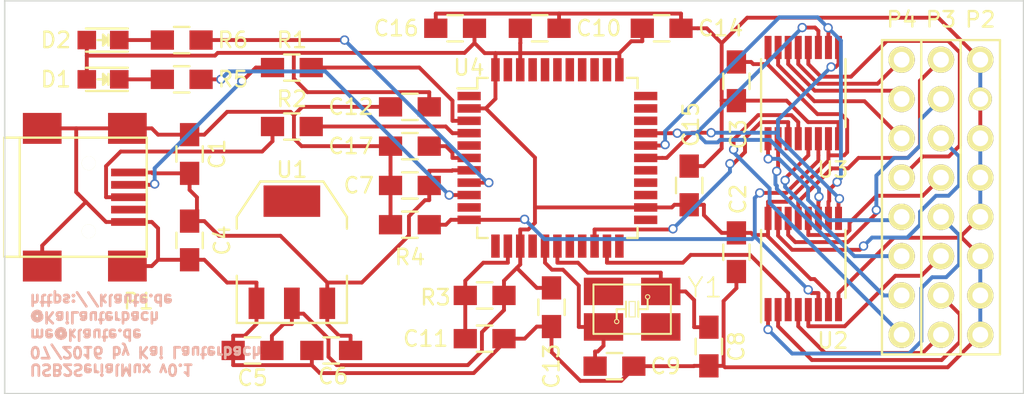
<source format=kicad_pcb>
(kicad_pcb (version 4) (host pcbnew 4.0.2+dfsg1-2~bpo8+1-stable)

  (general
    (links 103)
    (no_connects 0)
    (area 123.956999 89.993 192.560334 116.890001)
    (thickness 1.6)
    (drawings 7)
    (tracks 506)
    (zones 0)
    (modules 34)
    (nets 62)
  )

  (page A4)
  (layers
    (0 F.Cu signal)
    (31 B.Cu signal)
    (32 B.Adhes user)
    (33 F.Adhes user)
    (34 B.Paste user)
    (35 F.Paste user)
    (36 B.SilkS user)
    (37 F.SilkS user)
    (38 B.Mask user)
    (39 F.Mask user)
    (40 Dwgs.User user)
    (41 Cmts.User user)
    (42 Eco1.User user)
    (43 Eco2.User user)
    (44 Edge.Cuts user)
    (45 Margin user)
    (46 B.CrtYd user)
    (47 F.CrtYd user)
    (48 B.Fab user)
    (49 F.Fab user)
  )

  (setup
    (last_trace_width 0.25)
    (trace_clearance 0.2)
    (zone_clearance 0.508)
    (zone_45_only no)
    (trace_min 0.2)
    (segment_width 0.2)
    (edge_width 0.1)
    (via_size 0.6)
    (via_drill 0.4)
    (via_min_size 0.4)
    (via_min_drill 0.3)
    (uvia_size 0.3)
    (uvia_drill 0.1)
    (uvias_allowed no)
    (uvia_min_size 0.2)
    (uvia_min_drill 0.1)
    (pcb_text_width 0.3)
    (pcb_text_size 1.5 1.5)
    (mod_edge_width 0.15)
    (mod_text_size 1 1)
    (mod_text_width 0.15)
    (pad_size 1.7 1.7)
    (pad_drill 1.016)
    (pad_to_mask_clearance 0)
    (aux_axis_origin 0 0)
    (visible_elements 7FFFFFFF)
    (pcbplotparams
      (layerselection 0x00030_80000001)
      (usegerberextensions false)
      (excludeedgelayer true)
      (linewidth 0.100000)
      (plotframeref false)
      (viasonmask false)
      (mode 1)
      (useauxorigin false)
      (hpglpennumber 1)
      (hpglpenspeed 20)
      (hpglpendiameter 15)
      (hpglpenoverlay 2)
      (psnegative false)
      (psa4output false)
      (plotreference true)
      (plotvalue true)
      (plotinvisibletext false)
      (padsonsilk false)
      (subtractmaskfromsilk false)
      (outputformat 1)
      (mirror false)
      (drillshape 1)
      (scaleselection 1)
      (outputdirectory ""))
  )

  (net 0 "")
  (net 1 GND)
  (net 2 +5V)
  (net 3 +3V3)
  (net 4 /D-)
  (net 5 /D+)
  (net 6 "Net-(P1-Pad4)")
  (net 7 "Net-(P3-Pad1)")
  (net 8 "Net-(P3-Pad2)")
  (net 9 "Net-(P3-Pad3)")
  (net 10 "Net-(P3-Pad4)")
  (net 11 "Net-(P3-Pad5)")
  (net 12 "Net-(P3-Pad6)")
  (net 13 "Net-(P3-Pad7)")
  (net 14 "Net-(P3-Pad8)")
  (net 15 "Net-(P4-Pad1)")
  (net 16 "Net-(P4-Pad2)")
  (net 17 "Net-(P4-Pad3)")
  (net 18 "Net-(P4-Pad4)")
  (net 19 "Net-(P4-Pad5)")
  (net 20 "Net-(P4-Pad6)")
  (net 21 "Net-(P4-Pad7)")
  (net 22 "Net-(P4-Pad8)")
  (net 23 /TxD_RxD)
  (net 24 /RxD_TxD)
  (net 25 /S2)
  (net 26 /S1)
  (net 27 /S0)
  (net 28 "Net-(C8-Pad2)")
  (net 29 "Net-(C9-Pad2)")
  (net 30 "Net-(C11-Pad2)")
  (net 31 "Net-(C17-Pad2)")
  (net 32 "Net-(P1-Pad2)")
  (net 33 "Net-(P1-Pad3)")
  (net 34 /nE)
  (net 35 "Net-(U4-Pad1)")
  (net 36 "Net-(U4-Pad5)")
  (net 37 "Net-(U4-Pad12)")
  (net 38 "Net-(U4-Pad15)")
  (net 39 "Net-(U4-Pad18)")
  (net 40 "Net-(U4-Pad19)")
  (net 41 "Net-(U4-Pad22)")
  (net 42 "Net-(U4-Pad23)")
  (net 43 "Net-(U4-Pad25)")
  (net 44 "Net-(U4-Pad26)")
  (net 45 "Net-(U4-Pad27)")
  (net 46 "Net-(U4-Pad31)")
  (net 47 "Net-(U4-Pad32)")
  (net 48 "Net-(U4-Pad33)")
  (net 49 "Net-(U4-Pad35)")
  (net 50 "Net-(U4-Pad36)")
  (net 51 "Net-(U4-Pad37)")
  (net 52 "Net-(U4-Pad38)")
  (net 53 "Net-(U4-Pad39)")
  (net 54 "Net-(U4-Pad40)")
  (net 55 "Net-(U4-Pad41)")
  (net 56 "Net-(U4-Pad43)")
  (net 57 "Net-(U4-Pad10)")
  (net 58 "Net-(D1-Pad1)")
  (net 59 "Net-(D2-Pad1)")
  (net 60 /LED1)
  (net 61 /LED0)

  (net_class Default "This is the default net class."
    (clearance 0.2)
    (trace_width 0.25)
    (via_dia 0.6)
    (via_drill 0.4)
    (uvia_dia 0.3)
    (uvia_drill 0.1)
    (add_net +3V3)
    (add_net +5V)
    (add_net /D+)
    (add_net /D-)
    (add_net /LED0)
    (add_net /LED1)
    (add_net /RxD_TxD)
    (add_net /S0)
    (add_net /S1)
    (add_net /S2)
    (add_net /TxD_RxD)
    (add_net /nE)
    (add_net GND)
    (add_net "Net-(C11-Pad2)")
    (add_net "Net-(C17-Pad2)")
    (add_net "Net-(C8-Pad2)")
    (add_net "Net-(C9-Pad2)")
    (add_net "Net-(D1-Pad1)")
    (add_net "Net-(D2-Pad1)")
    (add_net "Net-(P1-Pad2)")
    (add_net "Net-(P1-Pad3)")
    (add_net "Net-(P1-Pad4)")
    (add_net "Net-(P3-Pad1)")
    (add_net "Net-(P3-Pad2)")
    (add_net "Net-(P3-Pad3)")
    (add_net "Net-(P3-Pad4)")
    (add_net "Net-(P3-Pad5)")
    (add_net "Net-(P3-Pad6)")
    (add_net "Net-(P3-Pad7)")
    (add_net "Net-(P3-Pad8)")
    (add_net "Net-(P4-Pad1)")
    (add_net "Net-(P4-Pad2)")
    (add_net "Net-(P4-Pad3)")
    (add_net "Net-(P4-Pad4)")
    (add_net "Net-(P4-Pad5)")
    (add_net "Net-(P4-Pad6)")
    (add_net "Net-(P4-Pad7)")
    (add_net "Net-(P4-Pad8)")
    (add_net "Net-(U4-Pad1)")
    (add_net "Net-(U4-Pad10)")
    (add_net "Net-(U4-Pad12)")
    (add_net "Net-(U4-Pad15)")
    (add_net "Net-(U4-Pad18)")
    (add_net "Net-(U4-Pad19)")
    (add_net "Net-(U4-Pad22)")
    (add_net "Net-(U4-Pad23)")
    (add_net "Net-(U4-Pad25)")
    (add_net "Net-(U4-Pad26)")
    (add_net "Net-(U4-Pad27)")
    (add_net "Net-(U4-Pad31)")
    (add_net "Net-(U4-Pad32)")
    (add_net "Net-(U4-Pad33)")
    (add_net "Net-(U4-Pad35)")
    (add_net "Net-(U4-Pad36)")
    (add_net "Net-(U4-Pad37)")
    (add_net "Net-(U4-Pad38)")
    (add_net "Net-(U4-Pad39)")
    (add_net "Net-(U4-Pad40)")
    (add_net "Net-(U4-Pad41)")
    (add_net "Net-(U4-Pad43)")
    (add_net "Net-(U4-Pad5)")
  )

  (module Housings_SSOP:TSSOP-16_4.4x5mm_Pitch0.65mm (layer F.Cu) (tedit 579A4441) (tstamp 5789E0C1)
    (at 176.022 108.458 90)
    (descr "16-Lead Plastic Thin Shrink Small Outline (ST)-4.4 mm Body [TSSOP] (see Microchip Packaging Specification 00000049BS.pdf)")
    (tags "SSOP 0.65")
    (path /5789DF39)
    (attr smd)
    (fp_text reference U2 (at -4.953 1.905 180) (layer F.SilkS)
      (effects (font (size 1 1) (thickness 0.15)))
    )
    (fp_text value 74HC4051 (at 0 3.55 90) (layer F.Fab) hide
      (effects (font (size 1 1) (thickness 0.15)))
    )
    (fp_line (start -3.95 -2.8) (end -3.95 2.8) (layer F.CrtYd) (width 0.05))
    (fp_line (start 3.95 -2.8) (end 3.95 2.8) (layer F.CrtYd) (width 0.05))
    (fp_line (start -3.95 -2.8) (end 3.95 -2.8) (layer F.CrtYd) (width 0.05))
    (fp_line (start -3.95 2.8) (end 3.95 2.8) (layer F.CrtYd) (width 0.05))
    (fp_line (start -2.2 2.725) (end 2.2 2.725) (layer F.SilkS) (width 0.15))
    (fp_line (start -3.775 -2.725) (end 2.2 -2.725) (layer F.SilkS) (width 0.15))
    (pad 1 smd rect (at -2.95 -2.275 90) (size 1.5 0.45) (layers F.Cu F.Paste F.Mask)
      (net 11 "Net-(P3-Pad5)"))
    (pad 2 smd rect (at -2.95 -1.625 90) (size 1.5 0.45) (layers F.Cu F.Paste F.Mask)
      (net 13 "Net-(P3-Pad7)"))
    (pad 3 smd rect (at -2.95 -0.975 90) (size 1.5 0.45) (layers F.Cu F.Paste F.Mask)
      (net 23 /TxD_RxD))
    (pad 4 smd rect (at -2.95 -0.325 90) (size 1.5 0.45) (layers F.Cu F.Paste F.Mask)
      (net 14 "Net-(P3-Pad8)"))
    (pad 5 smd rect (at -2.95 0.325 90) (size 1.5 0.45) (layers F.Cu F.Paste F.Mask)
      (net 12 "Net-(P3-Pad6)"))
    (pad 6 smd rect (at -2.95 0.975 90) (size 1.5 0.45) (layers F.Cu F.Paste F.Mask)
      (net 34 /nE))
    (pad 7 smd rect (at -2.95 1.625 90) (size 1.5 0.45) (layers F.Cu F.Paste F.Mask)
      (net 3 +3V3))
    (pad 8 smd rect (at -2.95 2.275 90) (size 1.5 0.45) (layers F.Cu F.Paste F.Mask)
      (net 1 GND))
    (pad 9 smd rect (at 2.95 2.275 90) (size 1.5 0.45) (layers F.Cu F.Paste F.Mask)
      (net 25 /S2))
    (pad 10 smd rect (at 2.95 1.625 90) (size 1.5 0.45) (layers F.Cu F.Paste F.Mask)
      (net 26 /S1))
    (pad 11 smd rect (at 2.95 0.975 90) (size 1.5 0.45) (layers F.Cu F.Paste F.Mask)
      (net 27 /S0))
    (pad 12 smd rect (at 2.95 0.325 90) (size 1.5 0.45) (layers F.Cu F.Paste F.Mask)
      (net 10 "Net-(P3-Pad4)"))
    (pad 13 smd rect (at 2.95 -0.325 90) (size 1.5 0.45) (layers F.Cu F.Paste F.Mask)
      (net 7 "Net-(P3-Pad1)"))
    (pad 14 smd rect (at 2.95 -0.975 90) (size 1.5 0.45) (layers F.Cu F.Paste F.Mask)
      (net 8 "Net-(P3-Pad2)"))
    (pad 15 smd rect (at 2.95 -1.625 90) (size 1.5 0.45) (layers F.Cu F.Paste F.Mask)
      (net 9 "Net-(P3-Pad3)"))
    (pad 16 smd rect (at 2.95 -2.275 90) (size 1.5 0.45) (layers F.Cu F.Paste F.Mask)
      (net 3 +3V3))
    (model Housings_SSOP.3dshapes/TSSOP-16_4.4x5mm_Pitch0.65mm.wrl
      (at (xyz 0 0 0))
      (scale (xyz 1 1 1))
      (rotate (xyz 0 0 0))
    )
  )

  (module Pin_Headers:Pin_Header_Straight_1x08 (layer F.Cu) (tedit 5791D8EB) (tstamp 5789E075)
    (at 187.452 95.25)
    (descr "Through hole pin header")
    (tags "pin header")
    (path /578802D4)
    (fp_text reference P2 (at 0 -2.6) (layer F.SilkS)
      (effects (font (size 1 1) (thickness 0.15)))
    )
    (fp_text value CONN_01X08 (at 0 -3.1) (layer F.Fab) hide
      (effects (font (size 1 1) (thickness 0.15)))
    )
    (fp_line (start -1.27 1.27) (end -1.27 -1.27) (layer F.SilkS) (width 0.15))
    (fp_line (start -1.27 -1.27) (end 1.27 -1.27) (layer F.SilkS) (width 0.15))
    (fp_line (start 1.27 -1.27) (end 1.27 1.27) (layer F.SilkS) (width 0.15))
    (fp_line (start -1.75 -1.75) (end -1.75 19.55) (layer F.CrtYd) (width 0.05))
    (fp_line (start 1.75 -1.75) (end 1.75 19.55) (layer F.CrtYd) (width 0.05))
    (fp_line (start -1.75 -1.75) (end 1.75 -1.75) (layer F.CrtYd) (width 0.05))
    (fp_line (start -1.75 19.55) (end 1.75 19.55) (layer F.CrtYd) (width 0.05))
    (fp_line (start 1.27 1.27) (end 1.27 19.05) (layer F.SilkS) (width 0.15))
    (fp_line (start 1.27 19.05) (end -1.27 19.05) (layer F.SilkS) (width 0.15))
    (fp_line (start -1.27 19.05) (end -1.27 1.27) (layer F.SilkS) (width 0.15))
    (pad 1 thru_hole circle (at 0 0) (size 1.7 1.7) (drill 1.016) (layers *.Cu *.Mask F.SilkS)
      (net 1 GND))
    (pad 2 thru_hole circle (at 0 2.54) (size 1.5 1.5) (drill 1.016) (layers *.Cu *.Mask F.SilkS)
      (net 1 GND))
    (pad 3 thru_hole circle (at 0 5.08) (size 1.7 1.7) (drill 1.016) (layers *.Cu *.Mask F.SilkS)
      (net 1 GND))
    (pad 4 thru_hole circle (at 0 7.62) (size 1.7 1.7) (drill 1.016) (layers *.Cu *.Mask F.SilkS)
      (net 1 GND))
    (pad 5 thru_hole circle (at 0 10.16) (size 1.7 1.7) (drill 1.016) (layers *.Cu *.Mask F.SilkS)
      (net 1 GND))
    (pad 6 thru_hole circle (at 0 12.7) (size 1.7 1.7) (drill 1.016) (layers *.Cu *.Mask F.SilkS)
      (net 1 GND))
    (pad 7 thru_hole circle (at 0 15.24) (size 1.7 1.7) (drill 1.016) (layers *.Cu *.Mask F.SilkS)
      (net 1 GND))
    (pad 8 thru_hole circle (at 0 17.78) (size 1.7 1.7) (drill 1.016) (layers *.Cu *.Mask F.SilkS)
      (net 1 GND))
    (model Pin_Headers.3dshapes/Pin_Header_Straight_1x08.wrl
      (at (xyz 0 -0.35 0))
      (scale (xyz 1 1 1))
      (rotate (xyz 0 0 90))
    )
  )

  (module Pin_Headers:Pin_Header_Straight_1x08 (layer F.Cu) (tedit 5791D926) (tstamp 5789E08D)
    (at 182.372 95.25)
    (descr "Through hole pin header")
    (tags "pin header")
    (path /57880227)
    (fp_text reference P4 (at 0 -2.6) (layer F.SilkS)
      (effects (font (size 1 1) (thickness 0.15)))
    )
    (fp_text value CONN_01X08 (at 0 -3.1) (layer F.Fab) hide
      (effects (font (size 1 1) (thickness 0.15)))
    )
    (fp_line (start -1.27 1.27) (end -1.27 -1.27) (layer F.SilkS) (width 0.15))
    (fp_line (start -1.27 -1.27) (end 1.27 -1.27) (layer F.SilkS) (width 0.15))
    (fp_line (start 1.27 -1.27) (end 1.27 1.27) (layer F.SilkS) (width 0.15))
    (fp_line (start -1.75 -1.75) (end -1.75 19.55) (layer F.CrtYd) (width 0.05))
    (fp_line (start 1.75 -1.75) (end 1.75 19.55) (layer F.CrtYd) (width 0.05))
    (fp_line (start -1.75 -1.75) (end 1.75 -1.75) (layer F.CrtYd) (width 0.05))
    (fp_line (start -1.75 19.55) (end 1.75 19.55) (layer F.CrtYd) (width 0.05))
    (fp_line (start 1.27 1.27) (end 1.27 19.05) (layer F.SilkS) (width 0.15))
    (fp_line (start 1.27 19.05) (end -1.27 19.05) (layer F.SilkS) (width 0.15))
    (fp_line (start -1.27 19.05) (end -1.27 1.27) (layer F.SilkS) (width 0.15))
    (pad 1 thru_hole circle (at 0 0) (size 1.7 1.7) (drill 1.016) (layers *.Cu *.Mask F.SilkS)
      (net 15 "Net-(P4-Pad1)"))
    (pad 2 thru_hole circle (at 0 2.54) (size 1.7 1.7) (drill 1.016) (layers *.Cu *.Mask F.SilkS)
      (net 16 "Net-(P4-Pad2)"))
    (pad 3 thru_hole circle (at 0 5.08) (size 1.7 1.7) (drill 1.016) (layers *.Cu *.Mask F.SilkS)
      (net 17 "Net-(P4-Pad3)"))
    (pad 4 thru_hole circle (at 0 7.62) (size 1.7 1.7) (drill 1.016) (layers *.Cu *.Mask F.SilkS)
      (net 18 "Net-(P4-Pad4)"))
    (pad 5 thru_hole circle (at 0 10.16) (size 1.7 1.7) (drill 1.016) (layers *.Cu *.Mask F.SilkS)
      (net 19 "Net-(P4-Pad5)"))
    (pad 6 thru_hole circle (at 0 12.7) (size 1.7 1.7) (drill 1.016) (layers *.Cu *.Mask F.SilkS)
      (net 20 "Net-(P4-Pad6)"))
    (pad 7 thru_hole circle (at 0 15.24) (size 1.7 1.7) (drill 1.016) (layers *.Cu *.Mask F.SilkS)
      (net 21 "Net-(P4-Pad7)"))
    (pad 8 thru_hole circle (at 0 17.78) (size 1.7 1.7) (drill 1.016) (layers *.Cu *.Mask F.SilkS)
      (net 22 "Net-(P4-Pad8)"))
    (model Pin_Headers.3dshapes/Pin_Header_Straight_1x08.wrl
      (at (xyz 0 -0.35 0))
      (scale (xyz 1 1 1))
      (rotate (xyz 0 0 90))
    )
  )

  (module crystal:crystal-EURO_3_5_1_BIGPAD (layer F.Cu) (tedit 579A3DBE) (tstamp 5791C8DC)
    (at 164.973 111.379 180)
    (path /57914290)
    (attr smd)
    (fp_text reference Y1 (at -4.699 1.397 180) (layer F.SilkS)
      (effects (font (size 1.27 1.27) (thickness 0.1016)))
    )
    (fp_text value Crystal_Small (at 1.27 3.175 180) (layer F.SilkS) hide
      (effects (font (size 1.27 1.27) (thickness 0.1016)))
    )
    (fp_line (start -0.19812 0.49784) (end 0.19812 0.49784) (layer F.SilkS) (width 0.06604))
    (fp_line (start 0.19812 0.49784) (end 0.19812 -0.49784) (layer F.SilkS) (width 0.06604))
    (fp_line (start -0.19812 -0.49784) (end 0.19812 -0.49784) (layer F.SilkS) (width 0.06604))
    (fp_line (start -0.19812 0.49784) (end -0.19812 -0.49784) (layer F.SilkS) (width 0.06604))
    (fp_line (start -2.49936 -1.59766) (end 2.49936 -1.59766) (layer F.SilkS) (width 0.127))
    (fp_line (start -2.49936 -1.59766) (end -2.49936 1.59766) (layer F.SilkS) (width 0.127))
    (fp_line (start -2.49936 1.59766) (end 2.49936 1.59766) (layer F.SilkS) (width 0.127))
    (fp_line (start 2.49936 -1.59766) (end 2.49936 1.59766) (layer F.SilkS) (width 0.127))
    (fp_line (start -0.39878 -0.49784) (end -0.39878 0) (layer F.SilkS) (width 0.127))
    (fp_line (start -0.39878 0) (end -0.39878 0.49784) (layer F.SilkS) (width 0.127))
    (fp_line (start 0.39878 -0.49784) (end 0.39878 0) (layer F.SilkS) (width 0.127))
    (fp_line (start 0.39878 0) (end 0.39878 0.49784) (layer F.SilkS) (width 0.127))
    (fp_line (start -0.99822 0) (end -0.39878 0) (layer F.SilkS) (width 0.127))
    (fp_line (start -0.99822 0) (end -0.99822 0.59944) (layer F.SilkS) (width 0.127))
    (fp_line (start 0.39878 0) (end 0.99822 0) (layer F.SilkS) (width 0.127))
    (fp_line (start 0.99822 0) (end 0.99822 -0.59944) (layer F.SilkS) (width 0.127))
    (fp_circle (center -0.99822 0.79756) (end -1.09728 0.89662) (layer F.SilkS) (width 0.0635))
    (fp_circle (center 0.99822 -0.79756) (end 1.09728 -0.89662) (layer F.SilkS) (width 0.0635))
    (pad 1 smd rect (at -1.84912 1.14808 180) (size 2.54 1.778) (layers F.Cu F.Paste F.Mask)
      (net 28 "Net-(C8-Pad2)"))
    (pad 0 smd rect (at 1.84912 1.14808 180) (size 2.54 1.778) (layers F.Cu F.Paste F.Mask))
    (pad 2 smd rect (at 1.84912 -1.14808 180) (size 2.54 1.778) (layers F.Cu F.Paste F.Mask)
      (net 29 "Net-(C9-Pad2)"))
    (pad 0 smd rect (at -1.84912 -1.14808 180) (size 2.54 1.778) (layers F.Cu F.Paste F.Mask))
  )

  (module Housings_SSOP:TSSOP-16_4.4x5mm_Pitch0.65mm (layer F.Cu) (tedit 579A4429) (tstamp 5789E0D5)
    (at 176.022 97.409 90)
    (descr "16-Lead Plastic Thin Shrink Small Outline (ST)-4.4 mm Body [TSSOP] (see Microchip Packaging Specification 00000049BS.pdf)")
    (tags "SSOP 0.65")
    (path /5789E407)
    (attr smd)
    (fp_text reference U3 (at -4.953 1.905 180) (layer F.SilkS)
      (effects (font (size 1 1) (thickness 0.15)))
    )
    (fp_text value 74HCT4051 (at 0 3.55 90) (layer F.Fab) hide
      (effects (font (size 1 1) (thickness 0.15)))
    )
    (fp_line (start -3.95 -2.8) (end -3.95 2.8) (layer F.CrtYd) (width 0.05))
    (fp_line (start 3.95 -2.8) (end 3.95 2.8) (layer F.CrtYd) (width 0.05))
    (fp_line (start -3.95 -2.8) (end 3.95 -2.8) (layer F.CrtYd) (width 0.05))
    (fp_line (start -3.95 2.8) (end 3.95 2.8) (layer F.CrtYd) (width 0.05))
    (fp_line (start -2.2 2.725) (end 2.2 2.725) (layer F.SilkS) (width 0.15))
    (fp_line (start -3.775 -2.725) (end 2.2 -2.725) (layer F.SilkS) (width 0.15))
    (pad 1 smd rect (at -2.95 -2.275 90) (size 1.5 0.45) (layers F.Cu F.Paste F.Mask)
      (net 19 "Net-(P4-Pad5)"))
    (pad 2 smd rect (at -2.95 -1.625 90) (size 1.5 0.45) (layers F.Cu F.Paste F.Mask)
      (net 21 "Net-(P4-Pad7)"))
    (pad 3 smd rect (at -2.95 -0.975 90) (size 1.5 0.45) (layers F.Cu F.Paste F.Mask)
      (net 24 /RxD_TxD))
    (pad 4 smd rect (at -2.95 -0.325 90) (size 1.5 0.45) (layers F.Cu F.Paste F.Mask)
      (net 22 "Net-(P4-Pad8)"))
    (pad 5 smd rect (at -2.95 0.325 90) (size 1.5 0.45) (layers F.Cu F.Paste F.Mask)
      (net 20 "Net-(P4-Pad6)"))
    (pad 6 smd rect (at -2.95 0.975 90) (size 1.5 0.45) (layers F.Cu F.Paste F.Mask)
      (net 34 /nE))
    (pad 7 smd rect (at -2.95 1.625 90) (size 1.5 0.45) (layers F.Cu F.Paste F.Mask)
      (net 3 +3V3))
    (pad 8 smd rect (at -2.95 2.275 90) (size 1.5 0.45) (layers F.Cu F.Paste F.Mask)
      (net 1 GND))
    (pad 9 smd rect (at 2.95 2.275 90) (size 1.5 0.45) (layers F.Cu F.Paste F.Mask)
      (net 25 /S2))
    (pad 10 smd rect (at 2.95 1.625 90) (size 1.5 0.45) (layers F.Cu F.Paste F.Mask)
      (net 26 /S1))
    (pad 11 smd rect (at 2.95 0.975 90) (size 1.5 0.45) (layers F.Cu F.Paste F.Mask)
      (net 27 /S0))
    (pad 12 smd rect (at 2.95 0.325 90) (size 1.5 0.45) (layers F.Cu F.Paste F.Mask)
      (net 18 "Net-(P4-Pad4)"))
    (pad 13 smd rect (at 2.95 -0.325 90) (size 1.5 0.45) (layers F.Cu F.Paste F.Mask)
      (net 15 "Net-(P4-Pad1)"))
    (pad 14 smd rect (at 2.95 -0.975 90) (size 1.5 0.45) (layers F.Cu F.Paste F.Mask)
      (net 16 "Net-(P4-Pad2)"))
    (pad 15 smd rect (at 2.95 -1.625 90) (size 1.5 0.45) (layers F.Cu F.Paste F.Mask)
      (net 17 "Net-(P4-Pad3)"))
    (pad 16 smd rect (at 2.95 -2.275 90) (size 1.5 0.45) (layers F.Cu F.Paste F.Mask)
      (net 3 +3V3))
    (model Housings_SSOP.3dshapes/TSSOP-16_4.4x5mm_Pitch0.65mm.wrl
      (at (xyz 0 0 0))
      (scale (xyz 1 1 1))
      (rotate (xyz 0 0 0))
    )
  )

  (module Pin_Headers:Pin_Header_Straight_1x08 (layer F.Cu) (tedit 5791D92B) (tstamp 5789E081)
    (at 184.912 95.25)
    (descr "Through hole pin header")
    (tags "pin header")
    (path /578800A6)
    (fp_text reference P3 (at 0 -2.6) (layer F.SilkS)
      (effects (font (size 1 1) (thickness 0.15)))
    )
    (fp_text value CONN_01X08 (at 0 -3.1) (layer F.Fab) hide
      (effects (font (size 1 1) (thickness 0.15)))
    )
    (fp_line (start -1.27 1.27) (end -1.27 -1.27) (layer F.SilkS) (width 0.15))
    (fp_line (start -1.27 -1.27) (end 1.27 -1.27) (layer F.SilkS) (width 0.15))
    (fp_line (start 1.27 -1.27) (end 1.27 1.27) (layer F.SilkS) (width 0.15))
    (fp_line (start -1.75 -1.75) (end -1.75 19.55) (layer F.CrtYd) (width 0.05))
    (fp_line (start 1.75 -1.75) (end 1.75 19.55) (layer F.CrtYd) (width 0.05))
    (fp_line (start -1.75 -1.75) (end 1.75 -1.75) (layer F.CrtYd) (width 0.05))
    (fp_line (start -1.75 19.55) (end 1.75 19.55) (layer F.CrtYd) (width 0.05))
    (fp_line (start 1.27 1.27) (end 1.27 19.05) (layer F.SilkS) (width 0.15))
    (fp_line (start 1.27 19.05) (end -1.27 19.05) (layer F.SilkS) (width 0.15))
    (fp_line (start -1.27 19.05) (end -1.27 1.27) (layer F.SilkS) (width 0.15))
    (pad 1 thru_hole circle (at 0 0) (size 1.7 1.7) (drill 1.016) (layers *.Cu *.Mask F.SilkS)
      (net 7 "Net-(P3-Pad1)"))
    (pad 2 thru_hole circle (at 0 2.54) (size 1.7 1.7) (drill 1.016) (layers *.Cu *.Mask F.SilkS)
      (net 8 "Net-(P3-Pad2)"))
    (pad 3 thru_hole circle (at 0 5.08) (size 1.7 1.7) (drill 1.016) (layers *.Cu *.Mask F.SilkS)
      (net 9 "Net-(P3-Pad3)"))
    (pad 4 thru_hole circle (at 0 7.62) (size 1.7 1.7) (drill 1.016) (layers *.Cu *.Mask F.SilkS)
      (net 10 "Net-(P3-Pad4)"))
    (pad 5 thru_hole circle (at 0 10.16) (size 1.7 1.7) (drill 1.016) (layers *.Cu *.Mask F.SilkS)
      (net 11 "Net-(P3-Pad5)"))
    (pad 6 thru_hole circle (at 0 12.7) (size 1.7 1.7) (drill 1.016) (layers *.Cu *.Mask F.SilkS)
      (net 12 "Net-(P3-Pad6)"))
    (pad 7 thru_hole circle (at 0 15.24) (size 1.7 1.7) (drill 1.016) (layers *.Cu *.Mask F.SilkS)
      (net 13 "Net-(P3-Pad7)"))
    (pad 8 thru_hole circle (at 0 17.78) (size 1.7 1.7) (drill 1.016) (layers *.Cu *.Mask F.SilkS)
      (net 14 "Net-(P3-Pad8)"))
    (model Pin_Headers.3dshapes/Pin_Header_Straight_1x08.wrl
      (at (xyz 0 -0.35 0))
      (scale (xyz 1 1 1))
      (rotate (xyz 0 0 90))
    )
  )

  (module Connect:USB_Mini-B (layer F.Cu) (tedit 579A448C) (tstamp 578A65DB)
    (at 129.032 104.14)
    (descr "USB Mini-B 5-pin SMD connector")
    (tags "USB USB_B USB_Mini connector")
    (path /578834A3)
    (attr smd)
    (fp_text reference P1 (at 4.064 6.731 180) (layer F.SilkS)
      (effects (font (size 1 1) (thickness 0.15)))
    )
    (fp_text value USB_OTG (at 0 -7.0993) (layer F.Fab) hide
      (effects (font (size 1 1) (thickness 0.15)))
    )
    (fp_line (start -4.85 -5.7) (end 4.85 -5.7) (layer F.CrtYd) (width 0.05))
    (fp_line (start 4.85 -5.7) (end 4.85 5.7) (layer F.CrtYd) (width 0.05))
    (fp_line (start 4.85 5.7) (end -4.85 5.7) (layer F.CrtYd) (width 0.05))
    (fp_line (start -4.85 5.7) (end -4.85 -5.7) (layer F.CrtYd) (width 0.05))
    (fp_line (start -3.59918 -3.85064) (end -3.59918 3.85064) (layer F.SilkS) (width 0.15))
    (fp_line (start -4.59994 -3.85064) (end -4.59994 3.85064) (layer F.SilkS) (width 0.15))
    (fp_line (start -4.59994 3.85064) (end 4.59994 3.85064) (layer F.SilkS) (width 0.15))
    (fp_line (start 4.59994 3.85064) (end 4.59994 -3.85064) (layer F.SilkS) (width 0.15))
    (fp_line (start 4.59994 -3.85064) (end -4.59994 -3.85064) (layer F.SilkS) (width 0.15))
    (pad 1 smd rect (at 3.44932 -1.6002) (size 2.30124 0.50038) (layers F.Cu F.Paste F.Mask)
      (net 2 +5V))
    (pad 2 smd rect (at 3.44932 -0.8001) (size 2.30124 0.50038) (layers F.Cu F.Paste F.Mask)
      (net 32 "Net-(P1-Pad2)"))
    (pad 3 smd rect (at 3.44932 0) (size 2.30124 0.50038) (layers F.Cu F.Paste F.Mask)
      (net 33 "Net-(P1-Pad3)"))
    (pad 4 smd rect (at 3.44932 0.8001) (size 2.30124 0.50038) (layers F.Cu F.Paste F.Mask)
      (net 6 "Net-(P1-Pad4)"))
    (pad 5 smd rect (at 3.44932 1.6002) (size 2.30124 0.50038) (layers F.Cu F.Paste F.Mask)
      (net 1 GND))
    (pad 6 smd rect (at 3.35026 -4.45008) (size 2.49936 1.99898) (layers F.Cu F.Paste F.Mask)
      (net 1 GND))
    (pad 6 smd rect (at -2.14884 -4.45008) (size 2.49936 1.99898) (layers F.Cu F.Paste F.Mask)
      (net 1 GND))
    (pad 6 smd rect (at 3.35026 4.45008) (size 2.49936 1.99898) (layers F.Cu F.Paste F.Mask)
      (net 1 GND))
    (pad 6 smd rect (at -2.14884 4.45008) (size 2.49936 1.99898) (layers F.Cu F.Paste F.Mask)
      (net 1 GND))
    (pad "" np_thru_hole circle (at 0.8509 -2.19964) (size 0.89916 0.89916) (drill 0.89916) (layers *.Cu *.Mask F.SilkS))
    (pad "" np_thru_hole circle (at 0.8509 2.19964) (size 0.89916 0.89916) (drill 0.89916) (layers *.Cu *.Mask F.SilkS))
  )

  (module Capacitors_SMD:C_0805_HandSoldering (layer F.Cu) (tedit 5791C25A) (tstamp 57910EE6)
    (at 143.002 95.758)
    (descr "Capacitor SMD 0805, hand soldering")
    (tags "capacitor 0805")
    (path /579174A9)
    (attr smd)
    (fp_text reference R1 (at 0 -1.778) (layer F.SilkS)
      (effects (font (size 1 1) (thickness 0.15)))
    )
    (fp_text value 22 (at 0 2.1) (layer F.Fab) hide
      (effects (font (size 1 1) (thickness 0.15)))
    )
    (fp_line (start -2.3 -1) (end 2.3 -1) (layer F.CrtYd) (width 0.05))
    (fp_line (start -2.3 1) (end 2.3 1) (layer F.CrtYd) (width 0.05))
    (fp_line (start -2.3 -1) (end -2.3 1) (layer F.CrtYd) (width 0.05))
    (fp_line (start 2.3 -1) (end 2.3 1) (layer F.CrtYd) (width 0.05))
    (fp_line (start 0.5 -0.85) (end -0.5 -0.85) (layer F.SilkS) (width 0.15))
    (fp_line (start -0.5 0.85) (end 0.5 0.85) (layer F.SilkS) (width 0.15))
    (pad 1 smd rect (at -1.25 0) (size 1.5 1.25) (layers F.Cu F.Paste F.Mask)
      (net 32 "Net-(P1-Pad2)"))
    (pad 2 smd rect (at 1.25 0) (size 1.5 1.25) (layers F.Cu F.Paste F.Mask)
      (net 4 /D-))
    (model Capacitors_SMD.3dshapes/C_0805_HandSoldering.wrl
      (at (xyz 0 0 0))
      (scale (xyz 1 1 1))
      (rotate (xyz 0 0 0))
    )
  )

  (module Capacitors_SMD:C_0805_HandSoldering (layer F.Cu) (tedit 5791C25E) (tstamp 57910EEC)
    (at 143.002 99.568)
    (descr "Capacitor SMD 0805, hand soldering")
    (tags "capacitor 0805")
    (path /579177D4)
    (attr smd)
    (fp_text reference R2 (at 0 -1.778) (layer F.SilkS)
      (effects (font (size 1 1) (thickness 0.15)))
    )
    (fp_text value 22 (at 0 2.1) (layer F.Fab) hide
      (effects (font (size 1 1) (thickness 0.15)))
    )
    (fp_line (start -2.3 -1) (end 2.3 -1) (layer F.CrtYd) (width 0.05))
    (fp_line (start -2.3 1) (end 2.3 1) (layer F.CrtYd) (width 0.05))
    (fp_line (start -2.3 -1) (end -2.3 1) (layer F.CrtYd) (width 0.05))
    (fp_line (start 2.3 -1) (end 2.3 1) (layer F.CrtYd) (width 0.05))
    (fp_line (start 0.5 -0.85) (end -0.5 -0.85) (layer F.SilkS) (width 0.15))
    (fp_line (start -0.5 0.85) (end 0.5 0.85) (layer F.SilkS) (width 0.15))
    (pad 1 smd rect (at -1.25 0) (size 1.5 1.25) (layers F.Cu F.Paste F.Mask)
      (net 33 "Net-(P1-Pad3)"))
    (pad 2 smd rect (at 1.25 0) (size 1.5 1.25) (layers F.Cu F.Paste F.Mask)
      (net 5 /D+))
    (model Capacitors_SMD.3dshapes/C_0805_HandSoldering.wrl
      (at (xyz 0 0 0))
      (scale (xyz 1 1 1))
      (rotate (xyz 0 0 0))
    )
  )

  (module Capacitors_SMD:C_0805_HandSoldering (layer F.Cu) (tedit 5791C21C) (tstamp 57910EF2)
    (at 155.448 110.49 180)
    (descr "Capacitor SMD 0805, hand soldering")
    (tags "capacitor 0805")
    (path /57912DC2)
    (attr smd)
    (fp_text reference R3 (at 3.175 -0.127 180) (layer F.SilkS)
      (effects (font (size 1 1) (thickness 0.15)))
    )
    (fp_text value 10k (at 0 2.1 180) (layer F.Fab) hide
      (effects (font (size 1 1) (thickness 0.15)))
    )
    (fp_line (start -2.3 -1) (end 2.3 -1) (layer F.CrtYd) (width 0.05))
    (fp_line (start -2.3 1) (end 2.3 1) (layer F.CrtYd) (width 0.05))
    (fp_line (start -2.3 -1) (end -2.3 1) (layer F.CrtYd) (width 0.05))
    (fp_line (start 2.3 -1) (end 2.3 1) (layer F.CrtYd) (width 0.05))
    (fp_line (start 0.5 -0.85) (end -0.5 -0.85) (layer F.SilkS) (width 0.15))
    (fp_line (start -0.5 0.85) (end 0.5 0.85) (layer F.SilkS) (width 0.15))
    (pad 1 smd rect (at -1.25 0 180) (size 1.5 1.25) (layers F.Cu F.Paste F.Mask)
      (net 3 +3V3))
    (pad 2 smd rect (at 1.25 0 180) (size 1.5 1.25) (layers F.Cu F.Paste F.Mask)
      (net 30 "Net-(C11-Pad2)"))
    (model Capacitors_SMD.3dshapes/C_0805_HandSoldering.wrl
      (at (xyz 0 0 0))
      (scale (xyz 1 1 1))
      (rotate (xyz 0 0 0))
    )
  )

  (module Capacitors_SMD:C_0805_HandSoldering (layer F.Cu) (tedit 5791B485) (tstamp 57910EF8)
    (at 150.622 105.918 180)
    (descr "Capacitor SMD 0805, hand soldering")
    (tags "capacitor 0805")
    (path /57914D9E)
    (attr smd)
    (fp_text reference R4 (at 0 -2.1 180) (layer F.SilkS)
      (effects (font (size 1 1) (thickness 0.15)))
    )
    (fp_text value 10k (at 0 2.1 180) (layer F.Fab) hide
      (effects (font (size 1 1) (thickness 0.15)))
    )
    (fp_line (start -2.3 -1) (end 2.3 -1) (layer F.CrtYd) (width 0.05))
    (fp_line (start -2.3 1) (end 2.3 1) (layer F.CrtYd) (width 0.05))
    (fp_line (start -2.3 -1) (end -2.3 1) (layer F.CrtYd) (width 0.05))
    (fp_line (start 2.3 -1) (end 2.3 1) (layer F.CrtYd) (width 0.05))
    (fp_line (start 0.5 -0.85) (end -0.5 -0.85) (layer F.SilkS) (width 0.15))
    (fp_line (start -0.5 0.85) (end 0.5 0.85) (layer F.SilkS) (width 0.15))
    (pad 1 smd rect (at -1.25 0 180) (size 1.5 1.25) (layers F.Cu F.Paste F.Mask)
      (net 34 /nE))
    (pad 2 smd rect (at 1.25 0 180) (size 1.5 1.25) (layers F.Cu F.Paste F.Mask)
      (net 1 GND))
    (model Capacitors_SMD.3dshapes/C_0805_HandSoldering.wrl
      (at (xyz 0 0 0))
      (scale (xyz 1 1 1))
      (rotate (xyz 0 0 0))
    )
  )

  (module TO_SOT_Packages_SMD:SOT-223 (layer F.Cu) (tedit 5791C26E) (tstamp 57910F00)
    (at 143.002 107.696)
    (descr "module CMS SOT223 4 pins")
    (tags "CMS SOT")
    (path /57910D48)
    (attr smd)
    (fp_text reference U1 (at 0 -5.334) (layer F.SilkS)
      (effects (font (size 1 1) (thickness 0.15)))
    )
    (fp_text value LD1117S33TR (at 0 0.762) (layer F.Fab) hide
      (effects (font (size 1 1) (thickness 0.15)))
    )
    (fp_line (start -3.556 1.524) (end -3.556 4.572) (layer F.SilkS) (width 0.15))
    (fp_line (start -3.556 4.572) (end 3.556 4.572) (layer F.SilkS) (width 0.15))
    (fp_line (start 3.556 4.572) (end 3.556 1.524) (layer F.SilkS) (width 0.15))
    (fp_line (start -3.556 -1.524) (end -3.556 -2.286) (layer F.SilkS) (width 0.15))
    (fp_line (start -3.556 -2.286) (end -2.032 -4.572) (layer F.SilkS) (width 0.15))
    (fp_line (start -2.032 -4.572) (end 2.032 -4.572) (layer F.SilkS) (width 0.15))
    (fp_line (start 2.032 -4.572) (end 3.556 -2.286) (layer F.SilkS) (width 0.15))
    (fp_line (start 3.556 -2.286) (end 3.556 -1.524) (layer F.SilkS) (width 0.15))
    (pad 4 smd rect (at 0 -3.302) (size 3.6576 2.032) (layers F.Cu F.Paste F.Mask))
    (pad 2 smd rect (at 0 3.302) (size 1.016 2.032) (layers F.Cu F.Paste F.Mask)
      (net 3 +3V3))
    (pad 3 smd rect (at 2.286 3.302) (size 1.016 2.032) (layers F.Cu F.Paste F.Mask)
      (net 2 +5V))
    (pad 1 smd rect (at -2.286 3.302) (size 1.016 2.032) (layers F.Cu F.Paste F.Mask)
      (net 1 GND))
    (model TO_SOT_Packages_SMD.3dshapes/SOT-223.wrl
      (at (xyz 0 0 0))
      (scale (xyz 0.4 0.4 0.4))
      (rotate (xyz 0 0 0))
    )
  )

  (module Housings_QFP:TQFP-44_10x10mm_Pitch0.8mm (layer F.Cu) (tedit 5791C28D) (tstamp 5794DD24)
    (at 160.147 101.6)
    (descr "44-Lead Plastic Thin Quad Flatpack (PT) - 10x10x1.0 mm Body [TQFP] (see Microchip Packaging Specification 00000049BS.pdf)")
    (tags "QFP 0.8")
    (path /5791076B)
    (attr smd)
    (fp_text reference U4 (at -5.715 -5.842) (layer F.SilkS)
      (effects (font (size 1 1) (thickness 0.15)))
    )
    (fp_text value ATMEGA32U4-A (at 0 7.45) (layer F.Fab) hide
      (effects (font (size 1 1) (thickness 0.15)))
    )
    (fp_line (start -6.7 -6.7) (end -6.7 6.7) (layer F.CrtYd) (width 0.05))
    (fp_line (start 6.7 -6.7) (end 6.7 6.7) (layer F.CrtYd) (width 0.05))
    (fp_line (start -6.7 -6.7) (end 6.7 -6.7) (layer F.CrtYd) (width 0.05))
    (fp_line (start -6.7 6.7) (end 6.7 6.7) (layer F.CrtYd) (width 0.05))
    (fp_line (start -5.175 -5.175) (end -5.175 -4.5) (layer F.SilkS) (width 0.15))
    (fp_line (start 5.175 -5.175) (end 5.175 -4.5) (layer F.SilkS) (width 0.15))
    (fp_line (start 5.175 5.175) (end 5.175 4.5) (layer F.SilkS) (width 0.15))
    (fp_line (start -5.175 5.175) (end -5.175 4.5) (layer F.SilkS) (width 0.15))
    (fp_line (start -5.175 -5.175) (end -4.5 -5.175) (layer F.SilkS) (width 0.15))
    (fp_line (start -5.175 5.175) (end -4.5 5.175) (layer F.SilkS) (width 0.15))
    (fp_line (start 5.175 5.175) (end 4.5 5.175) (layer F.SilkS) (width 0.15))
    (fp_line (start 5.175 -5.175) (end 4.5 -5.175) (layer F.SilkS) (width 0.15))
    (fp_line (start -5.175 -4.5) (end -6.45 -4.5) (layer F.SilkS) (width 0.15))
    (pad 1 smd rect (at -5.7 -4) (size 1.5 0.55) (layers F.Cu F.Paste F.Mask)
      (net 35 "Net-(U4-Pad1)"))
    (pad 2 smd rect (at -5.7 -3.2) (size 1.5 0.55) (layers F.Cu F.Paste F.Mask)
      (net 3 +3V3))
    (pad 3 smd rect (at -5.7 -2.4) (size 1.5 0.55) (layers F.Cu F.Paste F.Mask)
      (net 4 /D-))
    (pad 4 smd rect (at -5.7 -1.6) (size 1.5 0.55) (layers F.Cu F.Paste F.Mask)
      (net 5 /D+))
    (pad 5 smd rect (at -5.7 -0.8) (size 1.5 0.55) (layers F.Cu F.Paste F.Mask)
      (net 36 "Net-(U4-Pad5)"))
    (pad 6 smd rect (at -5.7 0) (size 1.5 0.55) (layers F.Cu F.Paste F.Mask)
      (net 31 "Net-(C17-Pad2)"))
    (pad 7 smd rect (at -5.7 0.8) (size 1.5 0.55) (layers F.Cu F.Paste F.Mask)
      (net 2 +5V))
    (pad 8 smd rect (at -5.7 1.6) (size 1.5 0.55) (layers F.Cu F.Paste F.Mask)
      (net 61 /LED0))
    (pad 9 smd rect (at -5.7 2.4) (size 1.5 0.55) (layers F.Cu F.Paste F.Mask)
      (net 60 /LED1))
    (pad 10 smd rect (at -5.7 3.2) (size 1.5 0.55) (layers F.Cu F.Paste F.Mask)
      (net 57 "Net-(U4-Pad10)"))
    (pad 11 smd rect (at -5.7 4) (size 1.5 0.55) (layers F.Cu F.Paste F.Mask)
      (net 34 /nE))
    (pad 12 smd rect (at -4 5.7 90) (size 1.5 0.55) (layers F.Cu F.Paste F.Mask)
      (net 37 "Net-(U4-Pad12)"))
    (pad 13 smd rect (at -3.2 5.7 90) (size 1.5 0.55) (layers F.Cu F.Paste F.Mask)
      (net 30 "Net-(C11-Pad2)"))
    (pad 14 smd rect (at -2.4 5.7 90) (size 1.5 0.55) (layers F.Cu F.Paste F.Mask)
      (net 3 +3V3))
    (pad 15 smd rect (at -1.6 5.7 90) (size 1.5 0.55) (layers F.Cu F.Paste F.Mask)
      (net 38 "Net-(U4-Pad15)"))
    (pad 16 smd rect (at -0.8 5.7 90) (size 1.5 0.55) (layers F.Cu F.Paste F.Mask)
      (net 29 "Net-(C9-Pad2)"))
    (pad 17 smd rect (at 0 5.7 90) (size 1.5 0.55) (layers F.Cu F.Paste F.Mask)
      (net 28 "Net-(C8-Pad2)"))
    (pad 18 smd rect (at 0.8 5.7 90) (size 1.5 0.55) (layers F.Cu F.Paste F.Mask)
      (net 39 "Net-(U4-Pad18)"))
    (pad 19 smd rect (at 1.6 5.7 90) (size 1.5 0.55) (layers F.Cu F.Paste F.Mask)
      (net 40 "Net-(U4-Pad19)"))
    (pad 20 smd rect (at 2.4 5.7 90) (size 1.5 0.55) (layers F.Cu F.Paste F.Mask)
      (net 24 /RxD_TxD))
    (pad 21 smd rect (at 3.2 5.7 90) (size 1.5 0.55) (layers F.Cu F.Paste F.Mask)
      (net 23 /TxD_RxD))
    (pad 22 smd rect (at 4 5.7 90) (size 1.5 0.55) (layers F.Cu F.Paste F.Mask)
      (net 41 "Net-(U4-Pad22)"))
    (pad 23 smd rect (at 5.7 4) (size 1.5 0.55) (layers F.Cu F.Paste F.Mask)
      (net 42 "Net-(U4-Pad23)"))
    (pad 24 smd rect (at 5.7 3.2) (size 1.5 0.55) (layers F.Cu F.Paste F.Mask)
      (net 3 +3V3))
    (pad 25 smd rect (at 5.7 2.4) (size 1.5 0.55) (layers F.Cu F.Paste F.Mask)
      (net 43 "Net-(U4-Pad25)"))
    (pad 26 smd rect (at 5.7 1.6) (size 1.5 0.55) (layers F.Cu F.Paste F.Mask)
      (net 44 "Net-(U4-Pad26)"))
    (pad 27 smd rect (at 5.7 0.8) (size 1.5 0.55) (layers F.Cu F.Paste F.Mask)
      (net 45 "Net-(U4-Pad27)"))
    (pad 28 smd rect (at 5.7 0) (size 1.5 0.55) (layers F.Cu F.Paste F.Mask)
      (net 25 /S2))
    (pad 29 smd rect (at 5.7 -0.8) (size 1.5 0.55) (layers F.Cu F.Paste F.Mask)
      (net 26 /S1))
    (pad 30 smd rect (at 5.7 -1.6) (size 1.5 0.55) (layers F.Cu F.Paste F.Mask)
      (net 27 /S0))
    (pad 31 smd rect (at 5.7 -2.4) (size 1.5 0.55) (layers F.Cu F.Paste F.Mask)
      (net 46 "Net-(U4-Pad31)"))
    (pad 32 smd rect (at 5.7 -3.2) (size 1.5 0.55) (layers F.Cu F.Paste F.Mask)
      (net 47 "Net-(U4-Pad32)"))
    (pad 33 smd rect (at 5.7 -4) (size 1.5 0.55) (layers F.Cu F.Paste F.Mask)
      (net 48 "Net-(U4-Pad33)"))
    (pad 34 smd rect (at 4 -5.7 90) (size 1.5 0.55) (layers F.Cu F.Paste F.Mask)
      (net 3 +3V3))
    (pad 35 smd rect (at 3.2 -5.7 90) (size 1.5 0.55) (layers F.Cu F.Paste F.Mask)
      (net 49 "Net-(U4-Pad35)"))
    (pad 36 smd rect (at 2.4 -5.7 90) (size 1.5 0.55) (layers F.Cu F.Paste F.Mask)
      (net 50 "Net-(U4-Pad36)"))
    (pad 37 smd rect (at 1.6 -5.7 90) (size 1.5 0.55) (layers F.Cu F.Paste F.Mask)
      (net 51 "Net-(U4-Pad37)"))
    (pad 38 smd rect (at 0.8 -5.7 90) (size 1.5 0.55) (layers F.Cu F.Paste F.Mask)
      (net 52 "Net-(U4-Pad38)"))
    (pad 39 smd rect (at 0 -5.7 90) (size 1.5 0.55) (layers F.Cu F.Paste F.Mask)
      (net 53 "Net-(U4-Pad39)"))
    (pad 40 smd rect (at -0.8 -5.7 90) (size 1.5 0.55) (layers F.Cu F.Paste F.Mask)
      (net 54 "Net-(U4-Pad40)"))
    (pad 41 smd rect (at -1.6 -5.7 90) (size 1.5 0.55) (layers F.Cu F.Paste F.Mask)
      (net 55 "Net-(U4-Pad41)"))
    (pad 42 smd rect (at -2.4 -5.7 90) (size 1.5 0.55) (layers F.Cu F.Paste F.Mask)
      (net 3 +3V3))
    (pad 43 smd rect (at -3.2 -5.7 90) (size 1.5 0.55) (layers F.Cu F.Paste F.Mask)
      (net 56 "Net-(U4-Pad43)"))
    (pad 44 smd rect (at -4 -5.7 90) (size 1.5 0.55) (layers F.Cu F.Paste F.Mask)
      (net 3 +3V3))
    (model Housings_QFP.3dshapes/TQFP-44_10x10mm_Pitch0.8mm.wrl
      (at (xyz 0 0 0))
      (scale (xyz 1 1 1))
      (rotate (xyz 0 0 0))
    )
  )

  (module LEDs:LED_0805 (layer F.Cu) (tedit 5798ED57) (tstamp 5798ED46)
    (at 130.81 96.52 180)
    (descr "LED 0805 smd package")
    (tags "LED 0805 SMD")
    (path /5798ED95)
    (attr smd)
    (fp_text reference D1 (at 3.048 0 180) (layer F.SilkS)
      (effects (font (size 1 1) (thickness 0.15)))
    )
    (fp_text value LED (at 0 1.75 180) (layer F.Fab) hide
      (effects (font (size 1 1) (thickness 0.15)))
    )
    (fp_line (start -1.6 0.75) (end 1.1 0.75) (layer F.SilkS) (width 0.15))
    (fp_line (start -1.6 -0.75) (end 1.1 -0.75) (layer F.SilkS) (width 0.15))
    (fp_line (start -0.1 0.15) (end -0.1 -0.1) (layer F.SilkS) (width 0.15))
    (fp_line (start -0.1 -0.1) (end -0.25 0.05) (layer F.SilkS) (width 0.15))
    (fp_line (start -0.35 -0.35) (end -0.35 0.35) (layer F.SilkS) (width 0.15))
    (fp_line (start 0 0) (end 0.35 0) (layer F.SilkS) (width 0.15))
    (fp_line (start -0.35 0) (end 0 -0.35) (layer F.SilkS) (width 0.15))
    (fp_line (start 0 -0.35) (end 0 0.35) (layer F.SilkS) (width 0.15))
    (fp_line (start 0 0.35) (end -0.35 0) (layer F.SilkS) (width 0.15))
    (fp_line (start 1.9 -0.95) (end 1.9 0.95) (layer F.CrtYd) (width 0.05))
    (fp_line (start 1.9 0.95) (end -1.9 0.95) (layer F.CrtYd) (width 0.05))
    (fp_line (start -1.9 0.95) (end -1.9 -0.95) (layer F.CrtYd) (width 0.05))
    (fp_line (start -1.9 -0.95) (end 1.9 -0.95) (layer F.CrtYd) (width 0.05))
    (pad 2 smd rect (at 1.04902 0) (size 1.19888 1.19888) (layers F.Cu F.Paste F.Mask)
      (net 3 +3V3))
    (pad 1 smd rect (at -1.04902 0) (size 1.19888 1.19888) (layers F.Cu F.Paste F.Mask)
      (net 58 "Net-(D1-Pad1)"))
    (model LEDs.3dshapes/LED_0805.wrl
      (at (xyz 0 0 0))
      (scale (xyz 1 1 1))
      (rotate (xyz 0 0 0))
    )
  )

  (module LEDs:LED_0805 (layer F.Cu) (tedit 5798ED4D) (tstamp 5798ED4C)
    (at 130.81 93.98 180)
    (descr "LED 0805 smd package")
    (tags "LED 0805 SMD")
    (path /5798F1C0)
    (attr smd)
    (fp_text reference D2 (at 3.048 0 180) (layer F.SilkS)
      (effects (font (size 1 1) (thickness 0.15)))
    )
    (fp_text value LED (at 0 1.75 180) (layer F.Fab) hide
      (effects (font (size 1 1) (thickness 0.15)))
    )
    (fp_line (start -1.6 0.75) (end 1.1 0.75) (layer F.SilkS) (width 0.15))
    (fp_line (start -1.6 -0.75) (end 1.1 -0.75) (layer F.SilkS) (width 0.15))
    (fp_line (start -0.1 0.15) (end -0.1 -0.1) (layer F.SilkS) (width 0.15))
    (fp_line (start -0.1 -0.1) (end -0.25 0.05) (layer F.SilkS) (width 0.15))
    (fp_line (start -0.35 -0.35) (end -0.35 0.35) (layer F.SilkS) (width 0.15))
    (fp_line (start 0 0) (end 0.35 0) (layer F.SilkS) (width 0.15))
    (fp_line (start -0.35 0) (end 0 -0.35) (layer F.SilkS) (width 0.15))
    (fp_line (start 0 -0.35) (end 0 0.35) (layer F.SilkS) (width 0.15))
    (fp_line (start 0 0.35) (end -0.35 0) (layer F.SilkS) (width 0.15))
    (fp_line (start 1.9 -0.95) (end 1.9 0.95) (layer F.CrtYd) (width 0.05))
    (fp_line (start 1.9 0.95) (end -1.9 0.95) (layer F.CrtYd) (width 0.05))
    (fp_line (start -1.9 0.95) (end -1.9 -0.95) (layer F.CrtYd) (width 0.05))
    (fp_line (start -1.9 -0.95) (end 1.9 -0.95) (layer F.CrtYd) (width 0.05))
    (pad 2 smd rect (at 1.04902 0) (size 1.19888 1.19888) (layers F.Cu F.Paste F.Mask)
      (net 3 +3V3))
    (pad 1 smd rect (at -1.04902 0) (size 1.19888 1.19888) (layers F.Cu F.Paste F.Mask)
      (net 59 "Net-(D2-Pad1)"))
    (model LEDs.3dshapes/LED_0805.wrl
      (at (xyz 0 0 0))
      (scale (xyz 1 1 1))
      (rotate (xyz 0 0 0))
    )
  )

  (module Capacitors_SMD:C_0805_HandSoldering (layer F.Cu) (tedit 5798ED53) (tstamp 5798ED52)
    (at 135.89 96.52 180)
    (descr "Capacitor SMD 0805, hand soldering")
    (tags "capacitor 0805")
    (path /5798F712)
    (attr smd)
    (fp_text reference R5 (at -3.302 0 180) (layer F.SilkS)
      (effects (font (size 1 1) (thickness 0.15)))
    )
    (fp_text value 220 (at 0 2.1 180) (layer F.Fab) hide
      (effects (font (size 1 1) (thickness 0.15)))
    )
    (fp_line (start -2.3 -1) (end 2.3 -1) (layer F.CrtYd) (width 0.05))
    (fp_line (start -2.3 1) (end 2.3 1) (layer F.CrtYd) (width 0.05))
    (fp_line (start -2.3 -1) (end -2.3 1) (layer F.CrtYd) (width 0.05))
    (fp_line (start 2.3 -1) (end 2.3 1) (layer F.CrtYd) (width 0.05))
    (fp_line (start 0.5 -0.85) (end -0.5 -0.85) (layer F.SilkS) (width 0.15))
    (fp_line (start -0.5 0.85) (end 0.5 0.85) (layer F.SilkS) (width 0.15))
    (pad 1 smd rect (at -1.25 0 180) (size 1.5 1.25) (layers F.Cu F.Paste F.Mask)
      (net 60 /LED1))
    (pad 2 smd rect (at 1.25 0 180) (size 1.5 1.25) (layers F.Cu F.Paste F.Mask)
      (net 58 "Net-(D1-Pad1)"))
    (model Capacitors_SMD.3dshapes/C_0805_HandSoldering.wrl
      (at (xyz 0 0 0))
      (scale (xyz 1 1 1))
      (rotate (xyz 0 0 0))
    )
  )

  (module Capacitors_SMD:C_0805_HandSoldering (layer F.Cu) (tedit 5798ED50) (tstamp 5798ED58)
    (at 135.89 93.98 180)
    (descr "Capacitor SMD 0805, hand soldering")
    (tags "capacitor 0805")
    (path /5798F803)
    (attr smd)
    (fp_text reference R6 (at -3.302 0 180) (layer F.SilkS)
      (effects (font (size 1 1) (thickness 0.15)))
    )
    (fp_text value 220 (at 0 2.1 180) (layer F.Fab) hide
      (effects (font (size 1 1) (thickness 0.15)))
    )
    (fp_line (start -2.3 -1) (end 2.3 -1) (layer F.CrtYd) (width 0.05))
    (fp_line (start -2.3 1) (end 2.3 1) (layer F.CrtYd) (width 0.05))
    (fp_line (start -2.3 -1) (end -2.3 1) (layer F.CrtYd) (width 0.05))
    (fp_line (start 2.3 -1) (end 2.3 1) (layer F.CrtYd) (width 0.05))
    (fp_line (start 0.5 -0.85) (end -0.5 -0.85) (layer F.SilkS) (width 0.15))
    (fp_line (start -0.5 0.85) (end 0.5 0.85) (layer F.SilkS) (width 0.15))
    (pad 1 smd rect (at -1.25 0 180) (size 1.5 1.25) (layers F.Cu F.Paste F.Mask)
      (net 61 /LED0))
    (pad 2 smd rect (at 1.25 0 180) (size 1.5 1.25) (layers F.Cu F.Paste F.Mask)
      (net 59 "Net-(D2-Pad1)"))
    (model Capacitors_SMD.3dshapes/C_0805_HandSoldering.wrl
      (at (xyz 0 0 0))
      (scale (xyz 1 1 1))
      (rotate (xyz 0 0 0))
    )
  )

  (module Capacitors_SMD:C_0805_HandSoldering (layer F.Cu) (tedit 579A3C6E) (tstamp 579A3C62)
    (at 150.622 98.298 180)
    (descr "Capacitor SMD 0805, hand soldering")
    (tags "capacitor 0805")
    (path /57915C8A)
    (attr smd)
    (fp_text reference C12 (at 3.81 0 180) (layer F.SilkS)
      (effects (font (size 1 1) (thickness 0.15)))
    )
    (fp_text value 100n (at 0 2.1 180) (layer F.Fab) hide
      (effects (font (size 1 1) (thickness 0.15)))
    )
    (fp_line (start -2.3 -1) (end 2.3 -1) (layer F.CrtYd) (width 0.05))
    (fp_line (start -2.3 1) (end 2.3 1) (layer F.CrtYd) (width 0.05))
    (fp_line (start -2.3 -1) (end -2.3 1) (layer F.CrtYd) (width 0.05))
    (fp_line (start 2.3 -1) (end 2.3 1) (layer F.CrtYd) (width 0.05))
    (fp_line (start 0.5 -0.85) (end -0.5 -0.85) (layer F.SilkS) (width 0.15))
    (fp_line (start -0.5 0.85) (end 0.5 0.85) (layer F.SilkS) (width 0.15))
    (pad 1 smd rect (at -1.25 0 180) (size 1.5 1.25) (layers F.Cu F.Paste F.Mask)
      (net 3 +3V3))
    (pad 2 smd rect (at 1.25 0 180) (size 1.5 1.25) (layers F.Cu F.Paste F.Mask)
      (net 1 GND))
    (model Capacitors_SMD.3dshapes/C_0805_HandSoldering.wrl
      (at (xyz 0 0 0))
      (scale (xyz 1 1 1))
      (rotate (xyz 0 0 0))
    )
  )

  (module Capacitors_SMD:C_0805_HandSoldering (layer F.Cu) (tedit 579A3C72) (tstamp 579A3C8A)
    (at 150.622 100.838)
    (descr "Capacitor SMD 0805, hand soldering")
    (tags "capacitor 0805")
    (path /5791899F)
    (attr smd)
    (fp_text reference C17 (at -3.81 0) (layer F.SilkS)
      (effects (font (size 1 1) (thickness 0.15)))
    )
    (fp_text value 1µ (at 0 2.1) (layer F.Fab) hide
      (effects (font (size 1 1) (thickness 0.15)))
    )
    (fp_line (start -2.3 -1) (end 2.3 -1) (layer F.CrtYd) (width 0.05))
    (fp_line (start -2.3 1) (end 2.3 1) (layer F.CrtYd) (width 0.05))
    (fp_line (start -2.3 -1) (end -2.3 1) (layer F.CrtYd) (width 0.05))
    (fp_line (start 2.3 -1) (end 2.3 1) (layer F.CrtYd) (width 0.05))
    (fp_line (start 0.5 -0.85) (end -0.5 -0.85) (layer F.SilkS) (width 0.15))
    (fp_line (start -0.5 0.85) (end 0.5 0.85) (layer F.SilkS) (width 0.15))
    (pad 1 smd rect (at -1.25 0) (size 1.5 1.25) (layers F.Cu F.Paste F.Mask)
      (net 1 GND))
    (pad 2 smd rect (at 1.25 0) (size 1.5 1.25) (layers F.Cu F.Paste F.Mask)
      (net 31 "Net-(C17-Pad2)"))
    (model Capacitors_SMD.3dshapes/C_0805_HandSoldering.wrl
      (at (xyz 0 0 0))
      (scale (xyz 1 1 1))
      (rotate (xyz 0 0 0))
    )
  )

  (module Capacitors_SMD:C_0805_HandSoldering (layer F.Cu) (tedit 579A3C9D) (tstamp 579A3CCC)
    (at 150.622 103.378)
    (descr "Capacitor SMD 0805, hand soldering")
    (tags "capacitor 0805")
    (path /579135FA)
    (attr smd)
    (fp_text reference C7 (at -3.302 0) (layer F.SilkS)
      (effects (font (size 1 1) (thickness 0.15)))
    )
    (fp_text value 100n (at 0 2.1) (layer F.Fab) hide
      (effects (font (size 1 1) (thickness 0.15)))
    )
    (fp_line (start -2.3 -1) (end 2.3 -1) (layer F.CrtYd) (width 0.05))
    (fp_line (start -2.3 1) (end 2.3 1) (layer F.CrtYd) (width 0.05))
    (fp_line (start -2.3 -1) (end -2.3 1) (layer F.CrtYd) (width 0.05))
    (fp_line (start 2.3 -1) (end 2.3 1) (layer F.CrtYd) (width 0.05))
    (fp_line (start 0.5 -0.85) (end -0.5 -0.85) (layer F.SilkS) (width 0.15))
    (fp_line (start -0.5 0.85) (end 0.5 0.85) (layer F.SilkS) (width 0.15))
    (pad 1 smd rect (at -1.25 0) (size 1.5 1.25) (layers F.Cu F.Paste F.Mask)
      (net 1 GND))
    (pad 2 smd rect (at 1.25 0) (size 1.5 1.25) (layers F.Cu F.Paste F.Mask)
      (net 2 +5V))
    (model Capacitors_SMD.3dshapes/C_0805_HandSoldering.wrl
      (at (xyz 0 0 0))
      (scale (xyz 1 1 1))
      (rotate (xyz 0 0 0))
    )
  )

  (module Capacitors_SMD:C_0805_HandSoldering (layer F.Cu) (tedit 579A3CE2) (tstamp 579A3CF1)
    (at 136.398 101.346 90)
    (descr "Capacitor SMD 0805, hand soldering")
    (tags "capacitor 0805")
    (path /57894879)
    (attr smd)
    (fp_text reference C1 (at 0 1.778 90) (layer F.SilkS)
      (effects (font (size 1 1) (thickness 0.15)))
    )
    (fp_text value 4,7u (at 0 2.1 90) (layer F.Fab) hide
      (effects (font (size 1 1) (thickness 0.15)))
    )
    (fp_line (start -2.3 -1) (end 2.3 -1) (layer F.CrtYd) (width 0.05))
    (fp_line (start -2.3 1) (end 2.3 1) (layer F.CrtYd) (width 0.05))
    (fp_line (start -2.3 -1) (end -2.3 1) (layer F.CrtYd) (width 0.05))
    (fp_line (start 2.3 -1) (end 2.3 1) (layer F.CrtYd) (width 0.05))
    (fp_line (start 0.5 -0.85) (end -0.5 -0.85) (layer F.SilkS) (width 0.15))
    (fp_line (start -0.5 0.85) (end 0.5 0.85) (layer F.SilkS) (width 0.15))
    (pad 1 smd rect (at -1.25 0 90) (size 1.5 1.25) (layers F.Cu F.Paste F.Mask)
      (net 2 +5V))
    (pad 2 smd rect (at 1.25 0 90) (size 1.5 1.25) (layers F.Cu F.Paste F.Mask)
      (net 1 GND))
    (model Capacitors_SMD.3dshapes/C_0805_HandSoldering.wrl
      (at (xyz 0 0 0))
      (scale (xyz 1 1 1))
      (rotate (xyz 0 0 0))
    )
  )

  (module Capacitors_SMD:C_0805_HandSoldering (layer F.Cu) (tedit 579A3CF3) (tstamp 579A3D1B)
    (at 136.398 106.934 270)
    (descr "Capacitor SMD 0805, hand soldering")
    (tags "capacitor 0805")
    (path /578961B9)
    (attr smd)
    (fp_text reference C4 (at 0 -2.1 270) (layer F.SilkS)
      (effects (font (size 1 1) (thickness 0.15)))
    )
    (fp_text value 10n (at 0 2.1 270) (layer F.Fab) hide
      (effects (font (size 1 1) (thickness 0.15)))
    )
    (fp_line (start -2.3 -1) (end 2.3 -1) (layer F.CrtYd) (width 0.05))
    (fp_line (start -2.3 1) (end 2.3 1) (layer F.CrtYd) (width 0.05))
    (fp_line (start -2.3 -1) (end -2.3 1) (layer F.CrtYd) (width 0.05))
    (fp_line (start 2.3 -1) (end 2.3 1) (layer F.CrtYd) (width 0.05))
    (fp_line (start 0.5 -0.85) (end -0.5 -0.85) (layer F.SilkS) (width 0.15))
    (fp_line (start -0.5 0.85) (end 0.5 0.85) (layer F.SilkS) (width 0.15))
    (pad 1 smd rect (at -1.25 0 270) (size 1.5 1.25) (layers F.Cu F.Paste F.Mask)
      (net 2 +5V))
    (pad 2 smd rect (at 1.25 0 270) (size 1.5 1.25) (layers F.Cu F.Paste F.Mask)
      (net 1 GND))
    (model Capacitors_SMD.3dshapes/C_0805_HandSoldering.wrl
      (at (xyz 0 0 0))
      (scale (xyz 1 1 1))
      (rotate (xyz 0 0 0))
    )
  )

  (module Capacitors_SMD:C_0805_HandSoldering (layer F.Cu) (tedit 579A3D1E) (tstamp 579A3D3A)
    (at 140.462 114.046 180)
    (descr "Capacitor SMD 0805, hand soldering")
    (tags "capacitor 0805")
    (path /57892620)
    (attr smd)
    (fp_text reference C5 (at 0 -1.778 180) (layer F.SilkS)
      (effects (font (size 1 1) (thickness 0.15)))
    )
    (fp_text value 100n (at 0 2.1 180) (layer F.Fab) hide
      (effects (font (size 1 1) (thickness 0.15)))
    )
    (fp_line (start -2.3 -1) (end 2.3 -1) (layer F.CrtYd) (width 0.05))
    (fp_line (start -2.3 1) (end 2.3 1) (layer F.CrtYd) (width 0.05))
    (fp_line (start -2.3 -1) (end -2.3 1) (layer F.CrtYd) (width 0.05))
    (fp_line (start 2.3 -1) (end 2.3 1) (layer F.CrtYd) (width 0.05))
    (fp_line (start 0.5 -0.85) (end -0.5 -0.85) (layer F.SilkS) (width 0.15))
    (fp_line (start -0.5 0.85) (end 0.5 0.85) (layer F.SilkS) (width 0.15))
    (pad 1 smd rect (at -1.25 0 180) (size 1.5 1.25) (layers F.Cu F.Paste F.Mask)
      (net 3 +3V3))
    (pad 2 smd rect (at 1.25 0 180) (size 1.5 1.25) (layers F.Cu F.Paste F.Mask)
      (net 1 GND))
    (model Capacitors_SMD.3dshapes/C_0805_HandSoldering.wrl
      (at (xyz 0 0 0))
      (scale (xyz 1 1 1))
      (rotate (xyz 0 0 0))
    )
  )

  (module Capacitors_SMD:C_0805_HandSoldering (layer F.Cu) (tedit 579A3D32) (tstamp 579A3D73)
    (at 145.542 114.046 180)
    (descr "Capacitor SMD 0805, hand soldering")
    (tags "capacitor 0805")
    (path /57892501)
    (attr smd)
    (fp_text reference C6 (at -0.127 -1.668001 180) (layer F.SilkS)
      (effects (font (size 1 1) (thickness 0.15)))
    )
    (fp_text value 100n (at 0 2.1 180) (layer F.Fab) hide
      (effects (font (size 1 1) (thickness 0.15)))
    )
    (fp_line (start -2.3 -1) (end 2.3 -1) (layer F.CrtYd) (width 0.05))
    (fp_line (start -2.3 1) (end 2.3 1) (layer F.CrtYd) (width 0.05))
    (fp_line (start -2.3 -1) (end -2.3 1) (layer F.CrtYd) (width 0.05))
    (fp_line (start 2.3 -1) (end 2.3 1) (layer F.CrtYd) (width 0.05))
    (fp_line (start 0.5 -0.85) (end -0.5 -0.85) (layer F.SilkS) (width 0.15))
    (fp_line (start -0.5 0.85) (end 0.5 0.85) (layer F.SilkS) (width 0.15))
    (pad 1 smd rect (at -1.25 0 180) (size 1.5 1.25) (layers F.Cu F.Paste F.Mask)
      (net 2 +5V))
    (pad 2 smd rect (at 1.25 0 180) (size 1.5 1.25) (layers F.Cu F.Paste F.Mask)
      (net 1 GND))
    (model Capacitors_SMD.3dshapes/C_0805_HandSoldering.wrl
      (at (xyz 0 0 0))
      (scale (xyz 1 1 1))
      (rotate (xyz 0 0 0))
    )
  )

  (module Capacitors_SMD:C_0805_HandSoldering (layer F.Cu) (tedit 579A3D52) (tstamp 579A3DA5)
    (at 155.448 113.284 180)
    (descr "Capacitor SMD 0805, hand soldering")
    (tags "capacitor 0805")
    (path /57913D48)
    (attr smd)
    (fp_text reference C11 (at 3.81 0 180) (layer F.SilkS)
      (effects (font (size 1 1) (thickness 0.15)))
    )
    (fp_text value 100n (at 0 2.1 180) (layer F.Fab) hide
      (effects (font (size 1 1) (thickness 0.15)))
    )
    (fp_line (start -2.3 -1) (end 2.3 -1) (layer F.CrtYd) (width 0.05))
    (fp_line (start -2.3 1) (end 2.3 1) (layer F.CrtYd) (width 0.05))
    (fp_line (start -2.3 -1) (end -2.3 1) (layer F.CrtYd) (width 0.05))
    (fp_line (start 2.3 -1) (end 2.3 1) (layer F.CrtYd) (width 0.05))
    (fp_line (start 0.5 -0.85) (end -0.5 -0.85) (layer F.SilkS) (width 0.15))
    (fp_line (start -0.5 0.85) (end 0.5 0.85) (layer F.SilkS) (width 0.15))
    (pad 1 smd rect (at -1.25 0 180) (size 1.5 1.25) (layers F.Cu F.Paste F.Mask)
      (net 1 GND))
    (pad 2 smd rect (at 1.25 0 180) (size 1.5 1.25) (layers F.Cu F.Paste F.Mask)
      (net 30 "Net-(C11-Pad2)"))
    (model Capacitors_SMD.3dshapes/C_0805_HandSoldering.wrl
      (at (xyz 0 0 0))
      (scale (xyz 1 1 1))
      (rotate (xyz 0 0 0))
    )
  )

  (module Capacitors_SMD:C_0805_HandSoldering (layer F.Cu) (tedit 579A3D77) (tstamp 579A3DF8)
    (at 159.766 111.252 270)
    (descr "Capacitor SMD 0805, hand soldering")
    (tags "capacitor 0805")
    (path /57915A7A)
    (attr smd)
    (fp_text reference C13 (at 3.81 0 270) (layer F.SilkS)
      (effects (font (size 1 1) (thickness 0.15)))
    )
    (fp_text value 100n (at 0 2.1 270) (layer F.Fab) hide
      (effects (font (size 1 1) (thickness 0.15)))
    )
    (fp_line (start -2.3 -1) (end 2.3 -1) (layer F.CrtYd) (width 0.05))
    (fp_line (start -2.3 1) (end 2.3 1) (layer F.CrtYd) (width 0.05))
    (fp_line (start -2.3 -1) (end -2.3 1) (layer F.CrtYd) (width 0.05))
    (fp_line (start 2.3 -1) (end 2.3 1) (layer F.CrtYd) (width 0.05))
    (fp_line (start 0.5 -0.85) (end -0.5 -0.85) (layer F.SilkS) (width 0.15))
    (fp_line (start -0.5 0.85) (end 0.5 0.85) (layer F.SilkS) (width 0.15))
    (pad 1 smd rect (at -1.25 0 270) (size 1.5 1.25) (layers F.Cu F.Paste F.Mask)
      (net 3 +3V3))
    (pad 2 smd rect (at 1.25 0 270) (size 1.5 1.25) (layers F.Cu F.Paste F.Mask)
      (net 1 GND))
    (model Capacitors_SMD.3dshapes/C_0805_HandSoldering.wrl
      (at (xyz 0 0 0))
      (scale (xyz 1 1 1))
      (rotate (xyz 0 0 0))
    )
  )

  (module Capacitors_SMD:C_0805_HandSoldering (layer F.Cu) (tedit 579A3DCE) (tstamp 579A3E6E)
    (at 163.83 115.062 180)
    (descr "Capacitor SMD 0805, hand soldering")
    (tags "capacitor 0805")
    (path /579146CD)
    (attr smd)
    (fp_text reference C9 (at -3.302 0 180) (layer F.SilkS)
      (effects (font (size 1 1) (thickness 0.15)))
    )
    (fp_text value 22p (at 0 2.1 180) (layer F.Fab) hide
      (effects (font (size 1 1) (thickness 0.15)))
    )
    (fp_line (start -2.3 -1) (end 2.3 -1) (layer F.CrtYd) (width 0.05))
    (fp_line (start -2.3 1) (end 2.3 1) (layer F.CrtYd) (width 0.05))
    (fp_line (start -2.3 -1) (end -2.3 1) (layer F.CrtYd) (width 0.05))
    (fp_line (start 2.3 -1) (end 2.3 1) (layer F.CrtYd) (width 0.05))
    (fp_line (start 0.5 -0.85) (end -0.5 -0.85) (layer F.SilkS) (width 0.15))
    (fp_line (start -0.5 0.85) (end 0.5 0.85) (layer F.SilkS) (width 0.15))
    (pad 1 smd rect (at -1.25 0 180) (size 1.5 1.25) (layers F.Cu F.Paste F.Mask)
      (net 1 GND))
    (pad 2 smd rect (at 1.25 0 180) (size 1.5 1.25) (layers F.Cu F.Paste F.Mask)
      (net 29 "Net-(C9-Pad2)"))
    (model Capacitors_SMD.3dshapes/C_0805_HandSoldering.wrl
      (at (xyz 0 0 0))
      (scale (xyz 1 1 1))
      (rotate (xyz 0 0 0))
    )
  )

  (module Capacitors_SMD:C_0805_HandSoldering (layer F.Cu) (tedit 579A3DC3) (tstamp 579A3EB2)
    (at 169.926 113.792 90)
    (descr "Capacitor SMD 0805, hand soldering")
    (tags "capacitor 0805")
    (path /5791464E)
    (attr smd)
    (fp_text reference C8 (at 0 1.778 90) (layer F.SilkS)
      (effects (font (size 1 1) (thickness 0.15)))
    )
    (fp_text value 22p (at 0 2.1 90) (layer F.Fab) hide
      (effects (font (size 1 1) (thickness 0.15)))
    )
    (fp_line (start -2.3 -1) (end 2.3 -1) (layer F.CrtYd) (width 0.05))
    (fp_line (start -2.3 1) (end 2.3 1) (layer F.CrtYd) (width 0.05))
    (fp_line (start -2.3 -1) (end -2.3 1) (layer F.CrtYd) (width 0.05))
    (fp_line (start 2.3 -1) (end 2.3 1) (layer F.CrtYd) (width 0.05))
    (fp_line (start 0.5 -0.85) (end -0.5 -0.85) (layer F.SilkS) (width 0.15))
    (fp_line (start -0.5 0.85) (end 0.5 0.85) (layer F.SilkS) (width 0.15))
    (pad 1 smd rect (at -1.25 0 90) (size 1.5 1.25) (layers F.Cu F.Paste F.Mask)
      (net 1 GND))
    (pad 2 smd rect (at 1.25 0 90) (size 1.5 1.25) (layers F.Cu F.Paste F.Mask)
      (net 28 "Net-(C8-Pad2)"))
    (model Capacitors_SMD.3dshapes/C_0805_HandSoldering.wrl
      (at (xyz 0 0 0))
      (scale (xyz 1 1 1))
      (rotate (xyz 0 0 0))
    )
  )

  (module Capacitors_SMD:C_0805_HandSoldering (layer F.Cu) (tedit 579A3E48) (tstamp 579A3F77)
    (at 168.656 103.378 90)
    (descr "Capacitor SMD 0805, hand soldering")
    (tags "capacitor 0805")
    (path /57915BC5)
    (attr smd)
    (fp_text reference C15 (at 3.937 0.109999 90) (layer F.SilkS)
      (effects (font (size 1 1) (thickness 0.15)))
    )
    (fp_text value 100n (at 0 2.1 90) (layer F.Fab) hide
      (effects (font (size 1 1) (thickness 0.15)))
    )
    (fp_line (start -2.3 -1) (end 2.3 -1) (layer F.CrtYd) (width 0.05))
    (fp_line (start -2.3 1) (end 2.3 1) (layer F.CrtYd) (width 0.05))
    (fp_line (start -2.3 -1) (end -2.3 1) (layer F.CrtYd) (width 0.05))
    (fp_line (start 2.3 -1) (end 2.3 1) (layer F.CrtYd) (width 0.05))
    (fp_line (start 0.5 -0.85) (end -0.5 -0.85) (layer F.SilkS) (width 0.15))
    (fp_line (start -0.5 0.85) (end 0.5 0.85) (layer F.SilkS) (width 0.15))
    (pad 1 smd rect (at -1.25 0 90) (size 1.5 1.25) (layers F.Cu F.Paste F.Mask)
      (net 3 +3V3))
    (pad 2 smd rect (at 1.25 0 90) (size 1.5 1.25) (layers F.Cu F.Paste F.Mask)
      (net 1 GND))
    (model Capacitors_SMD.3dshapes/C_0805_HandSoldering.wrl
      (at (xyz 0 0 0))
      (scale (xyz 1 1 1))
      (rotate (xyz 0 0 0))
    )
  )

  (module Capacitors_SMD:C_0805_HandSoldering (layer F.Cu) (tedit 579A4104) (tstamp 579A3F95)
    (at 171.704 96.647 90)
    (descr "Capacitor SMD 0805, hand soldering")
    (tags "capacitor 0805")
    (path /57893092)
    (attr smd)
    (fp_text reference C3 (at -3.429 0.127 90) (layer F.SilkS)
      (effects (font (size 1 1) (thickness 0.15)))
    )
    (fp_text value 100n (at 0 2.1 90) (layer F.Fab) hide
      (effects (font (size 1 1) (thickness 0.15)))
    )
    (fp_line (start -2.3 -1) (end 2.3 -1) (layer F.CrtYd) (width 0.05))
    (fp_line (start -2.3 1) (end 2.3 1) (layer F.CrtYd) (width 0.05))
    (fp_line (start -2.3 -1) (end -2.3 1) (layer F.CrtYd) (width 0.05))
    (fp_line (start 2.3 -1) (end 2.3 1) (layer F.CrtYd) (width 0.05))
    (fp_line (start 0.5 -0.85) (end -0.5 -0.85) (layer F.SilkS) (width 0.15))
    (fp_line (start -0.5 0.85) (end 0.5 0.85) (layer F.SilkS) (width 0.15))
    (pad 1 smd rect (at -1.25 0 90) (size 1.5 1.25) (layers F.Cu F.Paste F.Mask)
      (net 1 GND))
    (pad 2 smd rect (at 1.25 0 90) (size 1.5 1.25) (layers F.Cu F.Paste F.Mask)
      (net 3 +3V3))
    (model Capacitors_SMD.3dshapes/C_0805_HandSoldering.wrl
      (at (xyz 0 0 0))
      (scale (xyz 1 1 1))
      (rotate (xyz 0 0 0))
    )
  )

  (module Capacitors_SMD:C_0805_HandSoldering (layer F.Cu) (tedit 579A3E89) (tstamp 579A3FB3)
    (at 171.704 107.696 90)
    (descr "Capacitor SMD 0805, hand soldering")
    (tags "capacitor 0805")
    (path /57892EC4)
    (attr smd)
    (fp_text reference C2 (at 3.429 0.109999 90) (layer F.SilkS)
      (effects (font (size 1 1) (thickness 0.15)))
    )
    (fp_text value 100n (at 0 2.1 90) (layer F.Fab) hide
      (effects (font (size 1 1) (thickness 0.15)))
    )
    (fp_line (start -2.3 -1) (end 2.3 -1) (layer F.CrtYd) (width 0.05))
    (fp_line (start -2.3 1) (end 2.3 1) (layer F.CrtYd) (width 0.05))
    (fp_line (start -2.3 -1) (end -2.3 1) (layer F.CrtYd) (width 0.05))
    (fp_line (start 2.3 -1) (end 2.3 1) (layer F.CrtYd) (width 0.05))
    (fp_line (start 0.5 -0.85) (end -0.5 -0.85) (layer F.SilkS) (width 0.15))
    (fp_line (start -0.5 0.85) (end 0.5 0.85) (layer F.SilkS) (width 0.15))
    (pad 1 smd rect (at -1.25 0 90) (size 1.5 1.25) (layers F.Cu F.Paste F.Mask)
      (net 1 GND))
    (pad 2 smd rect (at 1.25 0 90) (size 1.5 1.25) (layers F.Cu F.Paste F.Mask)
      (net 3 +3V3))
    (model Capacitors_SMD.3dshapes/C_0805_HandSoldering.wrl
      (at (xyz 0 0 0))
      (scale (xyz 1 1 1))
      (rotate (xyz 0 0 0))
    )
  )

  (module Capacitors_SMD:C_0805_HandSoldering (layer F.Cu) (tedit 579A401D) (tstamp 579A406B)
    (at 153.543 93.218 180)
    (descr "Capacitor SMD 0805, hand soldering")
    (tags "capacitor 0805")
    (path /57915C25)
    (attr smd)
    (fp_text reference C16 (at 3.81 0 180) (layer F.SilkS)
      (effects (font (size 1 1) (thickness 0.15)))
    )
    (fp_text value 100n (at 0 2.1 180) (layer F.Fab) hide
      (effects (font (size 1 1) (thickness 0.15)))
    )
    (fp_line (start -2.3 -1) (end 2.3 -1) (layer F.CrtYd) (width 0.05))
    (fp_line (start -2.3 1) (end 2.3 1) (layer F.CrtYd) (width 0.05))
    (fp_line (start -2.3 -1) (end -2.3 1) (layer F.CrtYd) (width 0.05))
    (fp_line (start 2.3 -1) (end 2.3 1) (layer F.CrtYd) (width 0.05))
    (fp_line (start 0.5 -0.85) (end -0.5 -0.85) (layer F.SilkS) (width 0.15))
    (fp_line (start -0.5 0.85) (end 0.5 0.85) (layer F.SilkS) (width 0.15))
    (pad 1 smd rect (at -1.25 0 180) (size 1.5 1.25) (layers F.Cu F.Paste F.Mask)
      (net 3 +3V3))
    (pad 2 smd rect (at 1.25 0 180) (size 1.5 1.25) (layers F.Cu F.Paste F.Mask)
      (net 1 GND))
    (model Capacitors_SMD.3dshapes/C_0805_HandSoldering.wrl
      (at (xyz 0 0 0))
      (scale (xyz 1 1 1))
      (rotate (xyz 0 0 0))
    )
  )

  (module Capacitors_SMD:C_0805_HandSoldering (layer F.Cu) (tedit 579A4033) (tstamp 579A40D9)
    (at 159.004 93.218 180)
    (descr "Capacitor SMD 0805, hand soldering")
    (tags "capacitor 0805")
    (path /57916B74)
    (attr smd)
    (fp_text reference C10 (at -3.81 0 180) (layer F.SilkS)
      (effects (font (size 1 1) (thickness 0.15)))
    )
    (fp_text value 100n (at 0 2.1 180) (layer F.Fab) hide
      (effects (font (size 1 1) (thickness 0.15)))
    )
    (fp_line (start -2.3 -1) (end 2.3 -1) (layer F.CrtYd) (width 0.05))
    (fp_line (start -2.3 1) (end 2.3 1) (layer F.CrtYd) (width 0.05))
    (fp_line (start -2.3 -1) (end -2.3 1) (layer F.CrtYd) (width 0.05))
    (fp_line (start 2.3 -1) (end 2.3 1) (layer F.CrtYd) (width 0.05))
    (fp_line (start 0.5 -0.85) (end -0.5 -0.85) (layer F.SilkS) (width 0.15))
    (fp_line (start -0.5 0.85) (end 0.5 0.85) (layer F.SilkS) (width 0.15))
    (pad 1 smd rect (at -1.25 0 180) (size 1.5 1.25) (layers F.Cu F.Paste F.Mask)
      (net 1 GND))
    (pad 2 smd rect (at 1.25 0 180) (size 1.5 1.25) (layers F.Cu F.Paste F.Mask)
      (net 3 +3V3))
    (model Capacitors_SMD.3dshapes/C_0805_HandSoldering.wrl
      (at (xyz 0 0 0))
      (scale (xyz 1 1 1))
      (rotate (xyz 0 0 0))
    )
  )

  (module Capacitors_SMD:C_0805_HandSoldering (layer F.Cu) (tedit 579A409D) (tstamp 579A417F)
    (at 166.878 93.218)
    (descr "Capacitor SMD 0805, hand soldering")
    (tags "capacitor 0805")
    (path /57915B48)
    (attr smd)
    (fp_text reference C14 (at 3.81 0) (layer F.SilkS)
      (effects (font (size 1 1) (thickness 0.15)))
    )
    (fp_text value 100n (at 0 2.1) (layer F.Fab) hide
      (effects (font (size 1 1) (thickness 0.15)))
    )
    (fp_line (start -2.3 -1) (end 2.3 -1) (layer F.CrtYd) (width 0.05))
    (fp_line (start -2.3 1) (end 2.3 1) (layer F.CrtYd) (width 0.05))
    (fp_line (start -2.3 -1) (end -2.3 1) (layer F.CrtYd) (width 0.05))
    (fp_line (start 2.3 -1) (end 2.3 1) (layer F.CrtYd) (width 0.05))
    (fp_line (start 0.5 -0.85) (end -0.5 -0.85) (layer F.SilkS) (width 0.15))
    (fp_line (start -0.5 0.85) (end 0.5 0.85) (layer F.SilkS) (width 0.15))
    (pad 1 smd rect (at -1.25 0) (size 1.5 1.25) (layers F.Cu F.Paste F.Mask)
      (net 3 +3V3))
    (pad 2 smd rect (at 1.25 0) (size 1.5 1.25) (layers F.Cu F.Paste F.Mask)
      (net 1 GND))
    (model Capacitors_SMD.3dshapes/C_0805_HandSoldering.wrl
      (at (xyz 0 0 0))
      (scale (xyz 1 1 1))
      (rotate (xyz 0 0 0))
    )
  )

  (gr_line (start 190.246 116.84) (end 177.8 116.84) (angle 90) (layer Edge.Cuts) (width 0.1))
  (gr_line (start 190.246 91.44) (end 177.8 91.44) (angle 90) (layer Edge.Cuts) (width 0.1))
  (gr_line (start 190.246 91.44) (end 190.246 116.84) (angle 90) (layer Edge.Cuts) (width 0.1))
  (gr_text "USB2SerialMux v0.1\n07/2016 by Kai Lauterbach\nme@klaute.de\n@KaiLauterbach\nhttps://klaute.de" (at 125.984 113.03 180) (layer B.SilkS)
    (effects (font (size 0.7 0.7) (thickness 0.175)) (justify left mirror))
  )
  (gr_line (start 177.8 116.84) (end 124.46 116.84) (angle 90) (layer Edge.Cuts) (width 0.1))
  (gr_line (start 124.46 91.44) (end 177.8 91.44) (angle 90) (layer Edge.Cuts) (width 0.1))
  (gr_line (start 124.46 116.84) (end 124.46 91.44) (angle 90) (layer Edge.Cuts) (width 0.1))

  (segment (start 132.3823 108.5901) (end 133.9573 108.5901) (width 0.25) (layer F.Cu) (net 1))
  (segment (start 132.3823 99.6899) (end 133.9573 99.6899) (width 0.25) (layer F.Cu) (net 1))
  (segment (start 149.372 105.918) (end 149.372 103.378) (width 0.25) (layer F.Cu) (net 1))
  (segment (start 187.452 105.41) (end 187.452 102.87) (width 0.25) (layer B.Cu) (net 1))
  (segment (start 187.452 102.87) (end 187.452 100.33) (width 0.25) (layer B.Cu) (net 1))
  (segment (start 132.4813 105.7402) (end 131.0054 105.7402) (width 0.25) (layer F.Cu) (net 1))
  (segment (start 126.8832 99.6899) (end 129.0783 99.6899) (width 0.25) (layer F.Cu) (net 1))
  (segment (start 129.0783 99.6899) (end 132.3823 99.6899) (width 0.25) (layer F.Cu) (net 1))
  (segment (start 178.297 111.408) (end 178.297 110.3327) (width 0.25) (layer F.Cu) (net 1))
  (segment (start 134.3634 100.096) (end 136.398 100.096) (width 0.25) (layer F.Cu) (net 1))
  (segment (start 133.9573 99.6899) (end 134.3634 100.096) (width 0.25) (layer F.Cu) (net 1))
  (segment (start 142.9149 98.6176) (end 143.1353 98.838) (width 0.25) (layer F.Cu) (net 1))
  (segment (start 138.8267 98.6176) (end 142.9149 98.6176) (width 0.25) (layer F.Cu) (net 1))
  (segment (start 137.3483 100.096) (end 138.8267 98.6176) (width 0.25) (layer F.Cu) (net 1))
  (segment (start 136.398 100.096) (end 137.3483 100.096) (width 0.25) (layer F.Cu) (net 1))
  (segment (start 132.4813 105.7402) (end 133.9572 105.7402) (width 0.25) (layer F.Cu) (net 1))
  (segment (start 134.3634 106.1464) (end 133.9572 105.7402) (width 0.25) (layer F.Cu) (net 1))
  (segment (start 134.3634 108.184) (end 134.3634 106.1464) (width 0.25) (layer F.Cu) (net 1))
  (segment (start 136.398 108.184) (end 134.3634 108.184) (width 0.25) (layer F.Cu) (net 1))
  (segment (start 134.3634 108.184) (end 133.9573 108.5901) (width 0.25) (layer F.Cu) (net 1))
  (segment (start 143.6753 98.298) (end 149.372 98.298) (width 0.25) (layer F.Cu) (net 1))
  (segment (start 143.1353 98.838) (end 143.6753 98.298) (width 0.25) (layer F.Cu) (net 1))
  (segment (start 138.821 109.6567) (end 137.3483 108.184) (width 0.25) (layer F.Cu) (net 1))
  (segment (start 140.716 109.6567) (end 138.821 109.6567) (width 0.25) (layer F.Cu) (net 1))
  (segment (start 140.716 110.998) (end 140.716 109.6567) (width 0.25) (layer F.Cu) (net 1))
  (segment (start 136.398 108.184) (end 137.3483 108.184) (width 0.25) (layer F.Cu) (net 1))
  (segment (start 139.9596 113.0957) (end 140.716 112.3393) (width 0.25) (layer F.Cu) (net 1))
  (segment (start 139.212 113.0957) (end 139.9596 113.0957) (width 0.25) (layer F.Cu) (net 1))
  (segment (start 140.716 110.998) (end 140.716 112.3393) (width 0.25) (layer F.Cu) (net 1))
  (segment (start 139.212 113.6834) (end 139.212 113.0957) (width 0.25) (layer F.Cu) (net 1))
  (segment (start 187.452 110.49) (end 187.452 107.95) (width 0.25) (layer B.Cu) (net 1))
  (segment (start 126.8832 108.5901) (end 126.8832 107.2653) (width 0.25) (layer F.Cu) (net 1))
  (segment (start 129.7069 104.4416) (end 126.8832 107.2653) (width 0.25) (layer F.Cu) (net 1))
  (segment (start 131.0054 105.7402) (end 129.7069 104.4416) (width 0.25) (layer F.Cu) (net 1))
  (segment (start 129.0783 103.813) (end 129.0783 99.6899) (width 0.25) (layer F.Cu) (net 1))
  (segment (start 129.2058 103.9405) (end 129.0783 103.813) (width 0.25) (layer F.Cu) (net 1))
  (segment (start 129.2058 103.9406) (end 129.2058 103.9405) (width 0.25) (layer F.Cu) (net 1))
  (segment (start 129.7069 104.4416) (end 129.2058 103.9406) (width 0.25) (layer F.Cu) (net 1))
  (segment (start 186.2614 106.6006) (end 187.452 105.41) (width 0.25) (layer F.Cu) (net 1))
  (segment (start 186.2614 106.7594) (end 186.2614 106.6006) (width 0.25) (layer F.Cu) (net 1))
  (segment (start 186.2614 106.7594) (end 187.452 107.95) (width 0.25) (layer F.Cu) (net 1))
  (segment (start 160.254 93.218) (end 160.254 92.2677) (width 0.25) (layer F.Cu) (net 1))
  (segment (start 160.254 92.2677) (end 152.293 92.2677) (width 0.25) (layer F.Cu) (net 1))
  (segment (start 152.293 93.218) (end 152.293 92.2677) (width 0.25) (layer F.Cu) (net 1))
  (segment (start 143.6288 100.838) (end 149.372 100.838) (width 0.25) (layer F.Cu) (net 1))
  (segment (start 143.1353 100.3445) (end 143.6288 100.838) (width 0.25) (layer F.Cu) (net 1))
  (segment (start 143.1353 98.838) (end 143.1353 100.3445) (width 0.25) (layer F.Cu) (net 1))
  (segment (start 149.372 103.378) (end 149.372 102.4277) (width 0.25) (layer F.Cu) (net 1))
  (segment (start 149.372 100.838) (end 149.372 102.4277) (width 0.25) (layer F.Cu) (net 1))
  (segment (start 168.128 92.2677) (end 160.254 92.2677) (width 0.25) (layer F.Cu) (net 1))
  (segment (start 168.128 93.218) (end 168.128 92.2677) (width 0.25) (layer F.Cu) (net 1))
  (segment (start 159.766 112.502) (end 158.8157 112.502) (width 0.25) (layer F.Cu) (net 1))
  (segment (start 158.0337 113.284) (end 158.8157 112.502) (width 0.25) (layer F.Cu) (net 1))
  (segment (start 157.2357 113.284) (end 158.0337 113.284) (width 0.25) (layer F.Cu) (net 1))
  (segment (start 165.08 115.062) (end 165.2145 115.062) (width 0.25) (layer F.Cu) (net 1))
  (segment (start 187.452 113.03) (end 187.452 110.49) (width 0.25) (layer B.Cu) (net 1))
  (segment (start 139.212 113.6834) (end 139.212 114.046) (width 0.25) (layer F.Cu) (net 1))
  (segment (start 139.212 114.9963) (end 144.292 114.9963) (width 0.25) (layer F.Cu) (net 1))
  (segment (start 139.212 114.046) (end 139.212 114.9963) (width 0.25) (layer F.Cu) (net 1))
  (segment (start 144.292 114.046) (end 144.292 114.9963) (width 0.25) (layer F.Cu) (net 1))
  (segment (start 156.698 113.284) (end 156.9669 113.284) (width 0.25) (layer F.Cu) (net 1))
  (segment (start 156.9669 113.284) (end 157.2357 113.284) (width 0.25) (layer F.Cu) (net 1))
  (segment (start 144.8057 115.51) (end 144.292 114.9963) (width 0.25) (layer F.Cu) (net 1))
  (segment (start 154.7409 115.51) (end 144.8057 115.51) (width 0.25) (layer F.Cu) (net 1))
  (segment (start 156.9669 113.284) (end 154.7409 115.51) (width 0.25) (layer F.Cu) (net 1))
  (segment (start 187.452 100.33) (end 187.452 97.79) (width 0.25) (layer F.Cu) (net 1))
  (segment (start 181.8703 106.7594) (end 186.2614 106.7594) (width 0.25) (layer F.Cu) (net 1))
  (segment (start 178.297 110.3327) (end 181.8703 106.7594) (width 0.25) (layer F.Cu) (net 1))
  (segment (start 168.128 93.218) (end 169.2033 93.218) (width 0.25) (layer F.Cu) (net 1))
  (segment (start 170.7537 97.897) (end 170.7537 94.1823) (width 0.25) (layer F.Cu) (net 1))
  (segment (start 169.7894 93.218) (end 169.2033 93.218) (width 0.25) (layer F.Cu) (net 1))
  (segment (start 170.7537 94.1823) (end 169.7894 93.218) (width 0.25) (layer F.Cu) (net 1))
  (segment (start 187.452 97.79) (end 187.452 95.25) (width 0.25) (layer B.Cu) (net 1))
  (segment (start 172.4008 92.5352) (end 170.7537 94.1823) (width 0.25) (layer F.Cu) (net 1))
  (segment (start 184.7372 92.5352) (end 172.4008 92.5352) (width 0.25) (layer F.Cu) (net 1))
  (segment (start 187.452 95.25) (end 184.7372 92.5352) (width 0.25) (layer F.Cu) (net 1))
  (segment (start 171.6422 97.897) (end 170.7537 97.897) (width 0.25) (layer F.Cu) (net 1))
  (segment (start 171.6422 97.897) (end 171.704 97.897) (width 0.25) (layer F.Cu) (net 1))
  (segment (start 176.3339 99.2837) (end 178.297 99.2837) (width 0.25) (layer F.Cu) (net 1))
  (segment (start 174.9472 97.897) (end 176.3339 99.2837) (width 0.25) (layer F.Cu) (net 1))
  (segment (start 171.704 97.897) (end 174.9472 97.897) (width 0.25) (layer F.Cu) (net 1))
  (segment (start 178.297 100.359) (end 178.297 99.2837) (width 0.25) (layer F.Cu) (net 1))
  (segment (start 170.7537 100.9806) (end 170.7537 97.897) (width 0.25) (layer F.Cu) (net 1))
  (segment (start 169.6063 102.128) (end 170.7537 100.9806) (width 0.25) (layer F.Cu) (net 1))
  (segment (start 168.656 102.128) (end 169.6063 102.128) (width 0.25) (layer F.Cu) (net 1))
  (segment (start 170.8763 110.849) (end 171.704 110.0213) (width 0.25) (layer F.Cu) (net 1))
  (segment (start 170.8763 115.042) (end 170.8763 110.849) (width 0.25) (layer F.Cu) (net 1))
  (segment (start 169.926 115.042) (end 170.8763 115.042) (width 0.25) (layer F.Cu) (net 1))
  (segment (start 171.704 108.946) (end 171.704 110.0213) (width 0.25) (layer F.Cu) (net 1))
  (segment (start 170.9671 115.1328) (end 170.8763 115.042) (width 0.25) (layer F.Cu) (net 1))
  (segment (start 185.3492 115.1328) (end 170.9671 115.1328) (width 0.25) (layer F.Cu) (net 1))
  (segment (start 187.452 113.03) (end 185.3492 115.1328) (width 0.25) (layer F.Cu) (net 1))
  (segment (start 169.926 115.042) (end 168.9757 115.042) (width 0.25) (layer F.Cu) (net 1))
  (segment (start 164.2641 116.0124) (end 165.2145 115.062) (width 0.25) (layer F.Cu) (net 1))
  (segment (start 161.6277 116.0124) (end 164.2641 116.0124) (width 0.25) (layer F.Cu) (net 1))
  (segment (start 159.766 114.1507) (end 161.6277 116.0124) (width 0.25) (layer F.Cu) (net 1))
  (segment (start 159.766 112.502) (end 159.766 114.1507) (width 0.25) (layer F.Cu) (net 1))
  (segment (start 168.9557 115.062) (end 168.9757 115.042) (width 0.25) (layer F.Cu) (net 1))
  (segment (start 165.2145 115.062) (end 168.9557 115.062) (width 0.25) (layer F.Cu) (net 1))
  (segment (start 146.0444 113.0957) (end 146.792 113.0957) (width 0.25) (layer F.Cu) (net 2))
  (segment (start 145.288 112.3393) (end 146.0444 113.0957) (width 0.25) (layer F.Cu) (net 2))
  (segment (start 146.792 114.046) (end 146.792 113.0957) (width 0.25) (layer F.Cu) (net 2))
  (segment (start 145.288 111.6686) (end 145.288 112.3393) (width 0.25) (layer F.Cu) (net 2))
  (segment (start 134.0134 102.596) (end 133.9572 102.5398) (width 0.25) (layer F.Cu) (net 2))
  (segment (start 136.398 102.596) (end 134.0134 102.596) (width 0.25) (layer F.Cu) (net 2))
  (segment (start 132.4813 102.5398) (end 133.9572 102.5398) (width 0.25) (layer F.Cu) (net 2))
  (segment (start 145.288 111.6686) (end 145.288 110.998) (width 0.25) (layer F.Cu) (net 2))
  (segment (start 145.288 110.998) (end 145.288 109.6567) (width 0.25) (layer F.Cu) (net 2))
  (segment (start 153.344 102.4277) (end 153.3717 102.4) (width 0.25) (layer F.Cu) (net 2))
  (segment (start 151.872 102.4277) (end 153.344 102.4277) (width 0.25) (layer F.Cu) (net 2))
  (segment (start 151.872 103.378) (end 151.872 104.3283) (width 0.25) (layer F.Cu) (net 2))
  (segment (start 151.872 103.378) (end 151.872 102.4277) (width 0.25) (layer F.Cu) (net 2))
  (segment (start 154.447 102.4) (end 153.3717 102.4) (width 0.25) (layer F.Cu) (net 2))
  (segment (start 147.5193 109.6567) (end 145.288 109.6567) (width 0.25) (layer F.Cu) (net 2))
  (segment (start 150.5627 106.6133) (end 147.5193 109.6567) (width 0.25) (layer F.Cu) (net 2))
  (segment (start 150.5627 105.3703) (end 150.5627 106.6133) (width 0.25) (layer F.Cu) (net 2))
  (segment (start 151.6047 104.3283) (end 150.5627 105.3703) (width 0.25) (layer F.Cu) (net 2))
  (segment (start 151.872 104.3283) (end 151.6047 104.3283) (width 0.25) (layer F.Cu) (net 2))
  (segment (start 138.2986 106.6343) (end 137.3483 105.684) (width 0.25) (layer F.Cu) (net 2))
  (segment (start 142.2656 106.6343) (end 138.2986 106.6343) (width 0.25) (layer F.Cu) (net 2))
  (segment (start 145.288 109.6567) (end 142.2656 106.6343) (width 0.25) (layer F.Cu) (net 2))
  (segment (start 136.398 105.684) (end 136.8732 105.684) (width 0.25) (layer F.Cu) (net 2))
  (segment (start 136.8732 105.684) (end 137.3483 105.684) (width 0.25) (layer F.Cu) (net 2))
  (segment (start 136.8732 104.1465) (end 136.398 103.6713) (width 0.25) (layer F.Cu) (net 2))
  (segment (start 136.8732 105.684) (end 136.8732 104.1465) (width 0.25) (layer F.Cu) (net 2))
  (segment (start 136.398 102.596) (end 136.398 103.6713) (width 0.25) (layer F.Cu) (net 2))
  (segment (start 156.698 110.49) (end 156.698 109.5397) (width 0.25) (layer F.Cu) (net 3))
  (segment (start 142.4684 112.3393) (end 141.712 113.0957) (width 0.25) (layer F.Cu) (net 3))
  (segment (start 143.002 112.3393) (end 142.4684 112.3393) (width 0.25) (layer F.Cu) (net 3))
  (segment (start 141.712 114.046) (end 141.712 113.0957) (width 0.25) (layer F.Cu) (net 3))
  (segment (start 159.766 110.002) (end 158.8157 110.002) (width 0.25) (layer F.Cu) (net 3))
  (segment (start 143.002 110.998) (end 143.002 111.6686) (width 0.25) (layer F.Cu) (net 3))
  (segment (start 143.002 111.6686) (end 143.002 112.3393) (width 0.25) (layer F.Cu) (net 3))
  (segment (start 156.698 110.49) (end 156.698 111.4403) (width 0.25) (layer F.Cu) (net 3))
  (segment (start 158.8157 110.002) (end 157.5257 108.712) (width 0.25) (layer F.Cu) (net 3))
  (segment (start 157.5257 108.712) (end 156.698 109.5397) (width 0.25) (layer F.Cu) (net 3))
  (segment (start 157.747 108.4907) (end 157.747 107.3) (width 0.25) (layer F.Cu) (net 3))
  (segment (start 157.5257 108.712) (end 157.747 108.4907) (width 0.25) (layer F.Cu) (net 3))
  (segment (start 157.747 95.9) (end 157.747 94.8247) (width 0.25) (layer F.Cu) (net 3))
  (segment (start 154.793 93.218) (end 154.793 94.1683) (width 0.25) (layer F.Cu) (net 3))
  (segment (start 173.747 105.508) (end 173.747 104.4327) (width 0.25) (layer F.Cu) (net 3))
  (segment (start 157.754 93.218) (end 157.754 94.1683) (width 0.25) (layer F.Cu) (net 3))
  (segment (start 164.147 95.9) (end 164.147 94.8247) (width 0.25) (layer F.Cu) (net 3))
  (segment (start 157.747 94.1753) (end 157.754 94.1683) (width 0.25) (layer F.Cu) (net 3))
  (segment (start 157.747 94.8247) (end 157.747 94.1753) (width 0.25) (layer F.Cu) (net 3))
  (segment (start 173.747 105.508) (end 173.747 106.5833) (width 0.25) (layer F.Cu) (net 3))
  (segment (start 171.704 106.446) (end 172.6543 106.446) (width 0.25) (layer F.Cu) (net 3))
  (segment (start 169.6063 105.2986) (end 170.7537 106.446) (width 0.25) (layer F.Cu) (net 3))
  (segment (start 169.6063 104.628) (end 169.6063 105.2986) (width 0.25) (layer F.Cu) (net 3))
  (segment (start 171.704 106.446) (end 170.7537 106.446) (width 0.25) (layer F.Cu) (net 3))
  (segment (start 168.656 104.628) (end 169.6063 104.628) (width 0.25) (layer F.Cu) (net 3))
  (segment (start 168.656 104.628) (end 167.7057 104.628) (width 0.25) (layer F.Cu) (net 3))
  (segment (start 151.872 98.298) (end 151.872 97.3477) (width 0.25) (layer F.Cu) (net 3))
  (segment (start 165.628 93.218) (end 165.628 94.0557) (width 0.25) (layer F.Cu) (net 3))
  (segment (start 157.747 94.8247) (end 164.147 94.8247) (width 0.25) (layer F.Cu) (net 3))
  (segment (start 172.7916 106.5833) (end 173.747 106.5833) (width 0.25) (layer F.Cu) (net 3))
  (segment (start 172.6543 106.446) (end 172.7916 106.5833) (width 0.25) (layer F.Cu) (net 3))
  (segment (start 177.647 111.408) (end 177.647 110.3327) (width 0.25) (layer F.Cu) (net 3))
  (segment (start 143.7511 111.6686) (end 143.002 111.6686) (width 0.25) (layer F.Cu) (net 3))
  (segment (start 145.3674 113.2849) (end 143.7511 111.6686) (width 0.25) (layer F.Cu) (net 3))
  (segment (start 145.3674 114.4616) (end 145.3674 113.2849) (width 0.25) (layer F.Cu) (net 3))
  (segment (start 145.9022 114.9964) (end 145.3674 114.4616) (width 0.25) (layer F.Cu) (net 3))
  (segment (start 154.3594 114.9964) (end 145.9022 114.9964) (width 0.25) (layer F.Cu) (net 3))
  (segment (start 155.2734 114.0824) (end 154.3594 114.9964) (width 0.25) (layer F.Cu) (net 3))
  (segment (start 155.2734 112.8649) (end 155.2734 114.0824) (width 0.25) (layer F.Cu) (net 3))
  (segment (start 156.698 111.4403) (end 155.2734 112.8649) (width 0.25) (layer F.Cu) (net 3))
  (segment (start 167.5337 104.8) (end 165.847 104.8) (width 0.25) (layer F.Cu) (net 3))
  (segment (start 167.7057 104.628) (end 167.5337 104.8) (width 0.25) (layer F.Cu) (net 3))
  (segment (start 157.747 107.3) (end 157.747 106.2247) (width 0.25) (layer F.Cu) (net 3))
  (segment (start 164.916 94.0557) (end 165.628 94.0557) (width 0.25) (layer F.Cu) (net 3))
  (segment (start 164.147 94.8247) (end 164.916 94.0557) (width 0.25) (layer F.Cu) (net 3))
  (segment (start 177.647 100.359) (end 177.647 101.2654) (width 0.25) (layer F.Cu) (net 3))
  (segment (start 154.447 98.4) (end 155.5223 98.4) (width 0.25) (layer F.Cu) (net 3))
  (segment (start 156.147 97.7753) (end 155.5223 98.4) (width 0.25) (layer F.Cu) (net 3))
  (segment (start 156.147 95.9) (end 156.147 97.7753) (width 0.25) (layer F.Cu) (net 3))
  (segment (start 165.847 104.8) (end 158.6968 104.8) (width 0.25) (layer F.Cu) (net 3))
  (segment (start 158.6968 105.7944) (end 158.6968 104.8) (width 0.25) (layer F.Cu) (net 3))
  (segment (start 158.2665 106.2247) (end 158.6968 105.7944) (width 0.25) (layer F.Cu) (net 3))
  (segment (start 157.747 106.2247) (end 158.2665 106.2247) (width 0.25) (layer F.Cu) (net 3))
  (segment (start 155.4494 94.8247) (end 156.147 94.8247) (width 0.25) (layer F.Cu) (net 3))
  (segment (start 154.793 94.1683) (end 155.4494 94.8247) (width 0.25) (layer F.Cu) (net 3))
  (segment (start 156.147 95.9) (end 156.147 94.9373) (width 0.25) (layer F.Cu) (net 3))
  (segment (start 156.147 94.9373) (end 156.147 94.8247) (width 0.25) (layer F.Cu) (net 3))
  (segment (start 156.147 94.8247) (end 157.747 94.8247) (width 0.25) (layer F.Cu) (net 3))
  (segment (start 172.7916 95.5343) (end 173.747 95.5343) (width 0.25) (layer F.Cu) (net 3))
  (segment (start 172.6543 95.397) (end 172.7916 95.5343) (width 0.25) (layer F.Cu) (net 3))
  (segment (start 171.704 95.397) (end 172.6543 95.397) (width 0.25) (layer F.Cu) (net 3))
  (segment (start 173.747 94.459) (end 173.747 95.5343) (width 0.25) (layer F.Cu) (net 3))
  (segment (start 158.6968 101.5745) (end 155.5223 98.4) (width 0.25) (layer F.Cu) (net 3))
  (segment (start 158.6968 104.8) (end 158.6968 101.5745) (width 0.25) (layer F.Cu) (net 3))
  (segment (start 173.747 106.6812) (end 173.747 106.5833) (width 0.25) (layer F.Cu) (net 3))
  (segment (start 176.4948 109.429) (end 173.747 106.6812) (width 0.25) (layer F.Cu) (net 3))
  (segment (start 176.7433 109.429) (end 176.4948 109.429) (width 0.25) (layer F.Cu) (net 3))
  (segment (start 177.647 110.3327) (end 176.7433 109.429) (width 0.25) (layer F.Cu) (net 3))
  (segment (start 177.647 101.2654) (end 177.647 101.4344) (width 0.25) (layer F.Cu) (net 3))
  (segment (start 174.9853 104.4327) (end 173.747 104.4327) (width 0.25) (layer F.Cu) (net 3))
  (segment (start 177.647 101.771) (end 174.9853 104.4327) (width 0.25) (layer F.Cu) (net 3))
  (segment (start 177.647 101.4344) (end 177.647 101.771) (width 0.25) (layer F.Cu) (net 3))
  (segment (start 173.747 95.5779) (end 173.747 95.5343) (width 0.25) (layer F.Cu) (net 3))
  (segment (start 176.9365 98.7674) (end 173.747 95.5779) (width 0.25) (layer F.Cu) (net 3))
  (segment (start 178.4592 98.7674) (end 176.9365 98.7674) (width 0.25) (layer F.Cu) (net 3))
  (segment (start 178.8552 99.1634) (end 178.4592 98.7674) (width 0.25) (layer F.Cu) (net 3))
  (segment (start 178.8552 101.2365) (end 178.8552 99.1634) (width 0.25) (layer F.Cu) (net 3))
  (segment (start 178.6573 101.4344) (end 178.8552 101.2365) (width 0.25) (layer F.Cu) (net 3))
  (segment (start 177.647 101.4344) (end 178.6573 101.4344) (width 0.25) (layer F.Cu) (net 3))
  (segment (start 143.1273 96.4704) (end 143.1273 94.8076) (width 0.25) (layer F.Cu) (net 3))
  (segment (start 144.0046 97.3477) (end 143.1273 96.4704) (width 0.25) (layer F.Cu) (net 3))
  (segment (start 151.872 97.3477) (end 144.0046 97.3477) (width 0.25) (layer F.Cu) (net 3))
  (segment (start 154.1537 94.8076) (end 154.793 94.1683) (width 0.25) (layer F.Cu) (net 3))
  (segment (start 143.1273 94.8076) (end 154.1537 94.8076) (width 0.25) (layer F.Cu) (net 3))
  (segment (start 138.2154 94.8076) (end 143.1273 94.8076) (width 0.25) (layer F.Cu) (net 3))
  (segment (start 138.0372 94.9858) (end 138.2154 94.8076) (width 0.25) (layer F.Cu) (net 3))
  (segment (start 129.761 94.9858) (end 138.0372 94.9858) (width 0.25) (layer F.Cu) (net 3))
  (segment (start 129.761 93.98) (end 129.761 94.9858) (width 0.25) (layer F.Cu) (net 3))
  (segment (start 129.761 94.9858) (end 129.761 96.52) (width 0.25) (layer F.Cu) (net 3))
  (segment (start 151.2305 95.758) (end 144.252 95.758) (width 0.25) (layer F.Cu) (net 4))
  (segment (start 153.3717 97.8992) (end 151.2305 95.758) (width 0.25) (layer F.Cu) (net 4))
  (segment (start 153.3717 99.2) (end 153.3717 97.8992) (width 0.25) (layer F.Cu) (net 4))
  (segment (start 154.447 99.2) (end 153.3717 99.2) (width 0.25) (layer F.Cu) (net 4))
  (segment (start 152.9397 99.568) (end 144.252 99.568) (width 0.25) (layer F.Cu) (net 5))
  (segment (start 153.3717 100) (end 152.9397 99.568) (width 0.25) (layer F.Cu) (net 5))
  (segment (start 154.447 100) (end 153.3717 100) (width 0.25) (layer F.Cu) (net 5))
  (segment (start 175.697 105.508) (end 175.697 104.4327) (width 0.25) (layer F.Cu) (net 7))
  (segment (start 177.8523 102.2774) (end 175.697 104.4327) (width 0.25) (layer F.Cu) (net 7))
  (segment (start 178.9089 102.2774) (end 177.8523 102.2774) (width 0.25) (layer F.Cu) (net 7))
  (segment (start 179.5863 101.6) (end 178.9089 102.2774) (width 0.25) (layer F.Cu) (net 7))
  (segment (start 182.7684 101.6) (end 179.5863 101.6) (width 0.25) (layer F.Cu) (net 7))
  (segment (start 183.5521 100.8163) (end 182.7684 101.6) (width 0.25) (layer F.Cu) (net 7))
  (segment (start 183.5521 96.6099) (end 183.5521 100.8163) (width 0.25) (layer F.Cu) (net 7))
  (segment (start 184.912 95.25) (end 183.5521 96.6099) (width 0.25) (layer F.Cu) (net 7))
  (via (at 180.7406 104.9688) (size 0.6) (layers F.Cu B.Cu) (net 8))
  (segment (start 175.047 105.508) (end 175.047 106.5833) (width 0.25) (layer F.Cu) (net 8))
  (segment (start 183.5776 99.1244) (end 184.912 97.79) (width 0.25) (layer B.Cu) (net 8))
  (segment (start 183.5776 100.7887) (end 183.5776 99.1244) (width 0.25) (layer B.Cu) (net 8))
  (segment (start 182.7663 101.6) (end 183.5776 100.7887) (width 0.25) (layer B.Cu) (net 8))
  (segment (start 181.8833 101.6) (end 182.7663 101.6) (width 0.25) (layer B.Cu) (net 8))
  (segment (start 180.7406 102.7427) (end 181.8833 101.6) (width 0.25) (layer B.Cu) (net 8))
  (segment (start 180.7406 104.9688) (end 180.7406 102.7427) (width 0.25) (layer B.Cu) (net 8))
  (segment (start 175.5042 107.0405) (end 175.047 106.5833) (width 0.25) (layer F.Cu) (net 8))
  (segment (start 178.8827 107.0405) (end 175.5042 107.0405) (width 0.25) (layer F.Cu) (net 8))
  (segment (start 180.7406 105.1826) (end 178.8827 107.0405) (width 0.25) (layer F.Cu) (net 8))
  (segment (start 180.7406 104.9688) (end 180.7406 105.1826) (width 0.25) (layer F.Cu) (net 8))
  (via (at 179.9117 107.2958) (size 0.6) (layers F.Cu B.Cu) (net 9))
  (segment (start 180.4619 106.7456) (end 179.9117 107.2958) (width 0.25) (layer B.Cu) (net 9))
  (segment (start 182.7395 106.7456) (end 180.4619 106.7456) (width 0.25) (layer B.Cu) (net 9))
  (segment (start 183.5627 105.9224) (end 182.7395 106.7456) (width 0.25) (layer B.Cu) (net 9))
  (segment (start 183.5627 105.0732) (end 183.5627 105.9224) (width 0.25) (layer B.Cu) (net 9))
  (segment (start 184.5905 104.0454) (end 183.5627 105.0732) (width 0.25) (layer B.Cu) (net 9))
  (segment (start 185.4015 104.0454) (end 184.5905 104.0454) (width 0.25) (layer B.Cu) (net 9))
  (segment (start 186.0874 103.3595) (end 185.4015 104.0454) (width 0.25) (layer B.Cu) (net 9))
  (segment (start 186.0874 101.5054) (end 186.0874 103.3595) (width 0.25) (layer B.Cu) (net 9))
  (segment (start 184.912 100.33) (end 186.0874 101.5054) (width 0.25) (layer B.Cu) (net 9))
  (segment (start 174.397 106.6316) (end 174.397 105.508) (width 0.25) (layer F.Cu) (net 9))
  (segment (start 175.3058 107.5404) (end 174.397 106.6316) (width 0.25) (layer F.Cu) (net 9))
  (segment (start 179.6671 107.5404) (end 175.3058 107.5404) (width 0.25) (layer F.Cu) (net 9))
  (segment (start 179.9117 107.2958) (end 179.6671 107.5404) (width 0.25) (layer F.Cu) (net 9))
  (segment (start 178.7026 106.5833) (end 176.347 106.5833) (width 0.25) (layer F.Cu) (net 10))
  (segment (start 179.0076 106.2783) (end 178.7026 106.5833) (width 0.25) (layer F.Cu) (net 10))
  (segment (start 179.0076 105.7884) (end 179.0076 106.2783) (width 0.25) (layer F.Cu) (net 10))
  (segment (start 180.7506 104.0454) (end 179.0076 105.7884) (width 0.25) (layer F.Cu) (net 10))
  (segment (start 183.7366 104.0454) (end 180.7506 104.0454) (width 0.25) (layer F.Cu) (net 10))
  (segment (start 184.912 102.87) (end 183.7366 104.0454) (width 0.25) (layer F.Cu) (net 10))
  (segment (start 176.347 105.508) (end 176.347 106.5833) (width 0.25) (layer F.Cu) (net 10))
  (via (at 173.747 112.6909) (size 0.6) (layers F.Cu B.Cu) (net 11))
  (segment (start 175.301 114.2449) (end 173.747 112.6909) (width 0.25) (layer B.Cu) (net 11))
  (segment (start 182.8528 114.2449) (end 175.301 114.2449) (width 0.25) (layer B.Cu) (net 11))
  (segment (start 183.642 113.4557) (end 182.8528 114.2449) (width 0.25) (layer B.Cu) (net 11))
  (segment (start 183.642 110.0173) (end 183.642 113.4557) (width 0.25) (layer B.Cu) (net 11))
  (segment (start 184.3447 109.3146) (end 183.642 110.0173) (width 0.25) (layer B.Cu) (net 11))
  (segment (start 185.2484 109.3146) (end 184.3447 109.3146) (width 0.25) (layer B.Cu) (net 11))
  (segment (start 186.0874 108.4756) (end 185.2484 109.3146) (width 0.25) (layer B.Cu) (net 11))
  (segment (start 186.0874 106.5854) (end 186.0874 108.4756) (width 0.25) (layer B.Cu) (net 11))
  (segment (start 184.912 105.41) (end 186.0874 106.5854) (width 0.25) (layer B.Cu) (net 11))
  (segment (start 173.747 112.6909) (end 173.747 111.408) (width 0.25) (layer F.Cu) (net 11))
  (segment (start 178.7003 112.4833) (end 176.347 112.4833) (width 0.25) (layer F.Cu) (net 12))
  (segment (start 181.9636 109.22) (end 178.7003 112.4833) (width 0.25) (layer F.Cu) (net 12))
  (segment (start 183.642 109.22) (end 181.9636 109.22) (width 0.25) (layer F.Cu) (net 12))
  (segment (start 184.912 107.95) (end 183.642 109.22) (width 0.25) (layer F.Cu) (net 12))
  (segment (start 176.347 111.408) (end 176.347 112.4833) (width 0.25) (layer F.Cu) (net 12))
  (segment (start 174.397 111.408) (end 174.397 112.4833) (width 0.25) (layer F.Cu) (net 13))
  (segment (start 176.5783 114.6646) (end 174.397 112.4833) (width 0.25) (layer F.Cu) (net 13))
  (segment (start 184.9572 114.6646) (end 176.5783 114.6646) (width 0.25) (layer F.Cu) (net 13))
  (segment (start 186.1273 113.4945) (end 184.9572 114.6646) (width 0.25) (layer F.Cu) (net 13))
  (segment (start 186.1273 111.7053) (end 186.1273 113.4945) (width 0.25) (layer F.Cu) (net 13))
  (segment (start 184.912 110.49) (end 186.1273 111.7053) (width 0.25) (layer F.Cu) (net 13))
  (segment (start 175.697 111.408) (end 175.697 112.4833) (width 0.25) (layer F.Cu) (net 14))
  (segment (start 177.4219 114.2082) (end 175.697 112.4833) (width 0.25) (layer F.Cu) (net 14))
  (segment (start 183.7338 114.2082) (end 177.4219 114.2082) (width 0.25) (layer F.Cu) (net 14))
  (segment (start 184.912 113.03) (end 183.7338 114.2082) (width 0.25) (layer F.Cu) (net 14))
  (segment (start 175.697 94.459) (end 175.697 95.5343) (width 0.25) (layer F.Cu) (net 15))
  (segment (start 180.8199 96.8021) (end 182.372 95.25) (width 0.25) (layer F.Cu) (net 15))
  (segment (start 176.9648 96.8021) (end 180.8199 96.8021) (width 0.25) (layer F.Cu) (net 15))
  (segment (start 175.697 95.5343) (end 176.9648 96.8021) (width 0.25) (layer F.Cu) (net 15))
  (segment (start 175.047 94.459) (end 175.047 95.5343) (width 0.25) (layer F.Cu) (net 16))
  (segment (start 181.8344 97.2524) (end 182.372 97.79) (width 0.25) (layer F.Cu) (net 16))
  (segment (start 176.7651 97.2524) (end 181.8344 97.2524) (width 0.25) (layer F.Cu) (net 16))
  (segment (start 175.047 95.5343) (end 176.7651 97.2524) (width 0.25) (layer F.Cu) (net 16))
  (segment (start 174.397 95.591) (end 174.397 94.459) (width 0.25) (layer F.Cu) (net 17))
  (segment (start 176.7386 97.9326) (end 174.397 95.591) (width 0.25) (layer F.Cu) (net 17))
  (segment (start 179.9746 97.9326) (end 176.7386 97.9326) (width 0.25) (layer F.Cu) (net 17))
  (segment (start 182.372 100.33) (end 179.9746 97.9326) (width 0.25) (layer F.Cu) (net 17))
  (segment (start 177.1602 96.3475) (end 176.347 95.5343) (width 0.25) (layer F.Cu) (net 18))
  (segment (start 179.1036 96.3475) (end 177.1602 96.3475) (width 0.25) (layer F.Cu) (net 18))
  (segment (start 181.4149 94.0362) (end 179.1036 96.3475) (width 0.25) (layer F.Cu) (net 18))
  (segment (start 185.3813 94.0362) (end 181.4149 94.0362) (width 0.25) (layer F.Cu) (net 18))
  (segment (start 186.1273 94.7822) (end 185.3813 94.0362) (width 0.25) (layer F.Cu) (net 18))
  (segment (start 186.1273 100.796) (end 186.1273 94.7822) (width 0.25) (layer F.Cu) (net 18))
  (segment (start 185.4179 101.5054) (end 186.1273 100.796) (width 0.25) (layer F.Cu) (net 18))
  (segment (start 183.7366 101.5054) (end 185.4179 101.5054) (width 0.25) (layer F.Cu) (net 18))
  (segment (start 182.372 102.87) (end 183.7366 101.5054) (width 0.25) (layer F.Cu) (net 18))
  (segment (start 176.347 94.459) (end 176.347 95.5343) (width 0.25) (layer F.Cu) (net 18))
  (via (at 173.756 101.6587) (size 0.6) (layers F.Cu B.Cu) (net 19))
  (segment (start 173.747 100.359) (end 173.747 101.4343) (width 0.25) (layer F.Cu) (net 19))
  (segment (start 174.4524 101.6587) (end 173.756 101.6587) (width 0.25) (layer B.Cu) (net 19))
  (segment (start 176.3319 103.5382) (end 174.4524 101.6587) (width 0.25) (layer B.Cu) (net 19))
  (segment (start 176.3319 104.3036) (end 176.3319 103.5382) (width 0.25) (layer B.Cu) (net 19))
  (segment (start 177.6526 105.6243) (end 176.3319 104.3036) (width 0.25) (layer B.Cu) (net 19))
  (segment (start 182.1577 105.6243) (end 177.6526 105.6243) (width 0.25) (layer B.Cu) (net 19))
  (segment (start 182.372 105.41) (end 182.1577 105.6243) (width 0.25) (layer B.Cu) (net 19))
  (segment (start 173.747 101.6497) (end 173.756 101.6587) (width 0.25) (layer F.Cu) (net 19))
  (segment (start 173.747 101.4343) (end 173.747 101.6497) (width 0.25) (layer F.Cu) (net 19))
  (via (at 174.8494 103.0472) (size 0.6) (layers F.Cu B.Cu) (net 20))
  (segment (start 176.347 100.359) (end 176.347 101.4343) (width 0.25) (layer F.Cu) (net 20))
  (segment (start 174.8494 102.9319) (end 174.8494 103.0472) (width 0.25) (layer F.Cu) (net 20))
  (segment (start 176.347 101.4343) (end 174.8494 102.9319) (width 0.25) (layer F.Cu) (net 20))
  (segment (start 179.3232 107.95) (end 182.372 107.95) (width 0.25) (layer B.Cu) (net 20))
  (segment (start 174.8494 103.4762) (end 179.3232 107.95) (width 0.25) (layer B.Cu) (net 20))
  (segment (start 174.8494 103.0472) (end 174.8494 103.4762) (width 0.25) (layer B.Cu) (net 20))
  (via (at 174.3075 102.4572) (size 0.6) (layers F.Cu B.Cu) (net 21))
  (segment (start 174.397 102.3677) (end 174.3075 102.4572) (width 0.25) (layer F.Cu) (net 21))
  (segment (start 174.397 100.359) (end 174.397 102.3677) (width 0.25) (layer F.Cu) (net 21))
  (segment (start 181.2033 110.49) (end 182.372 110.49) (width 0.25) (layer B.Cu) (net 21))
  (segment (start 174.315 103.6017) (end 181.2033 110.49) (width 0.25) (layer B.Cu) (net 21))
  (segment (start 174.315 103.3971) (end 174.315 103.6017) (width 0.25) (layer B.Cu) (net 21))
  (segment (start 174.2241 103.3062) (end 174.315 103.3971) (width 0.25) (layer B.Cu) (net 21))
  (segment (start 174.2241 102.5406) (end 174.2241 103.3062) (width 0.25) (layer B.Cu) (net 21))
  (segment (start 174.3075 102.4572) (end 174.2241 102.5406) (width 0.25) (layer B.Cu) (net 21))
  (via (at 171.5217 101.0589) (size 0.6) (layers F.Cu B.Cu) (net 22))
  (segment (start 175.697 100.359) (end 175.697 99.2837) (width 0.25) (layer F.Cu) (net 22))
  (segment (start 171.5217 100.422) (end 171.5217 101.0589) (width 0.25) (layer F.Cu) (net 22))
  (segment (start 173.1103 98.8334) (end 171.5217 100.422) (width 0.25) (layer F.Cu) (net 22))
  (segment (start 175.2467 98.8334) (end 173.1103 98.8334) (width 0.25) (layer F.Cu) (net 22))
  (segment (start 175.697 99.2837) (end 175.2467 98.8334) (width 0.25) (layer F.Cu) (net 22))
  (segment (start 173.8496 104.5076) (end 182.372 113.03) (width 0.25) (layer B.Cu) (net 22))
  (segment (start 173.8496 103.5686) (end 173.8496 104.5076) (width 0.25) (layer B.Cu) (net 22))
  (segment (start 171.5217 101.2407) (end 173.8496 103.5686) (width 0.25) (layer B.Cu) (net 22))
  (segment (start 171.5217 101.0589) (end 171.5217 101.2407) (width 0.25) (layer B.Cu) (net 22))
  (segment (start 172.5849 107.8706) (end 175.047 110.3327) (width 0.25) (layer F.Cu) (net 23))
  (segment (start 168.7515 107.8706) (end 172.5849 107.8706) (width 0.25) (layer F.Cu) (net 23))
  (segment (start 168.2468 108.3753) (end 168.7515 107.8706) (width 0.25) (layer F.Cu) (net 23))
  (segment (start 163.347 108.3753) (end 168.2468 108.3753) (width 0.25) (layer F.Cu) (net 23))
  (segment (start 163.347 107.3) (end 163.347 108.3753) (width 0.25) (layer F.Cu) (net 23))
  (segment (start 175.047 111.408) (end 175.047 110.3327) (width 0.25) (layer F.Cu) (net 23))
  (via (at 167.6068 106.183) (size 0.6) (layers F.Cu B.Cu) (net 24))
  (via (at 171.2873 101.9722) (size 0.6) (layers F.Cu B.Cu) (net 24))
  (segment (start 173.2969 99.2837) (end 175.047 99.2837) (width 0.25) (layer F.Cu) (net 24))
  (segment (start 172.2592 100.3214) (end 173.2969 99.2837) (width 0.25) (layer F.Cu) (net 24))
  (segment (start 172.2592 101.2233) (end 172.2592 100.3214) (width 0.25) (layer F.Cu) (net 24))
  (segment (start 171.5103 101.9722) (end 172.2592 101.2233) (width 0.25) (layer F.Cu) (net 24))
  (segment (start 171.2873 101.9722) (end 171.5103 101.9722) (width 0.25) (layer F.Cu) (net 24))
  (segment (start 171.2873 102.5025) (end 167.6068 106.183) (width 0.25) (layer B.Cu) (net 24))
  (segment (start 171.2873 101.9722) (end 171.2873 102.5025) (width 0.25) (layer B.Cu) (net 24))
  (segment (start 167.5651 106.2247) (end 167.6068 106.183) (width 0.25) (layer F.Cu) (net 24))
  (segment (start 162.547 106.2247) (end 167.5651 106.2247) (width 0.25) (layer F.Cu) (net 24))
  (segment (start 162.547 107.3) (end 162.547 106.2247) (width 0.25) (layer F.Cu) (net 24))
  (segment (start 175.047 100.359) (end 175.047 99.2837) (width 0.25) (layer F.Cu) (net 24))
  (via (at 170.0718 99.9714) (size 0.6) (layers F.Cu B.Cu) (net 25))
  (via (at 178.3567 104.2365) (size 0.6) (layers F.Cu B.Cu) (net 25))
  (via (at 177.818 95.7179) (size 0.6) (layers F.Cu B.Cu) (net 25))
  (segment (start 165.847 101.6) (end 166.9223 101.6) (width 0.25) (layer F.Cu) (net 25))
  (segment (start 168.8279 99.9714) (end 170.0718 99.9714) (width 0.25) (layer F.Cu) (net 25))
  (segment (start 167.1993 101.6) (end 168.8279 99.9714) (width 0.25) (layer F.Cu) (net 25))
  (segment (start 166.9223 101.6) (end 167.1993 101.6) (width 0.25) (layer F.Cu) (net 25))
  (segment (start 178.297 105.508) (end 178.297 104.4327) (width 0.25) (layer F.Cu) (net 25))
  (segment (start 178.297 94.459) (end 178.297 95.5343) (width 0.25) (layer F.Cu) (net 25))
  (segment (start 178.1134 95.7179) (end 178.297 95.5343) (width 0.25) (layer F.Cu) (net 25))
  (segment (start 177.818 95.7179) (end 178.1134 95.7179) (width 0.25) (layer F.Cu) (net 25))
  (segment (start 174.3896 99.1463) (end 174.3896 99.9714) (width 0.25) (layer B.Cu) (net 25))
  (segment (start 177.818 95.7179) (end 174.3896 99.1463) (width 0.25) (layer B.Cu) (net 25))
  (segment (start 170.0718 99.9714) (end 174.3896 99.9714) (width 0.25) (layer B.Cu) (net 25))
  (segment (start 178.3567 104.373) (end 178.297 104.4327) (width 0.25) (layer F.Cu) (net 25))
  (segment (start 178.3567 104.2365) (end 178.3567 104.373) (width 0.25) (layer F.Cu) (net 25))
  (segment (start 174.3896 100.2694) (end 174.3896 99.9714) (width 0.25) (layer B.Cu) (net 25))
  (segment (start 178.3567 104.2365) (end 174.3896 100.2694) (width 0.25) (layer B.Cu) (net 25))
  (via (at 167.1007 100.7406) (size 0.6) (layers F.Cu B.Cu) (net 26))
  (via (at 177.6255 93.189) (size 0.6) (layers F.Cu B.Cu) (net 26))
  (via (at 178.2058 103.157) (size 0.6) (layers F.Cu B.Cu) (net 26))
  (segment (start 166.9817 100.7406) (end 167.1007 100.7406) (width 0.25) (layer F.Cu) (net 26))
  (segment (start 166.9223 100.8) (end 166.9817 100.7406) (width 0.25) (layer F.Cu) (net 26))
  (segment (start 165.847 100.8) (end 166.9223 100.8) (width 0.25) (layer F.Cu) (net 26))
  (segment (start 177.647 93.2105) (end 177.6255 93.189) (width 0.25) (layer F.Cu) (net 26))
  (segment (start 177.647 94.459) (end 177.647 93.2105) (width 0.25) (layer F.Cu) (net 26))
  (segment (start 176.945 92.5085) (end 177.6255 93.189) (width 0.25) (layer B.Cu) (net 26))
  (segment (start 174.4735 92.5085) (end 176.945 92.5085) (width 0.25) (layer B.Cu) (net 26))
  (segment (start 167.1007 99.8813) (end 174.4735 92.5085) (width 0.25) (layer B.Cu) (net 26))
  (segment (start 167.1007 100.7406) (end 167.1007 99.8813) (width 0.25) (layer B.Cu) (net 26))
  (segment (start 177.647 105.508) (end 177.647 104.4327) (width 0.25) (layer F.Cu) (net 26))
  (segment (start 178.4518 102.911) (end 178.2058 103.157) (width 0.25) (layer B.Cu) (net 26))
  (segment (start 178.4518 94.0153) (end 178.4518 102.911) (width 0.25) (layer B.Cu) (net 26))
  (segment (start 177.6255 93.189) (end 178.4518 94.0153) (width 0.25) (layer B.Cu) (net 26))
  (segment (start 177.6967 103.6661) (end 178.2058 103.157) (width 0.25) (layer F.Cu) (net 26))
  (segment (start 177.6967 104.383) (end 177.6967 103.6661) (width 0.25) (layer F.Cu) (net 26))
  (segment (start 177.647 104.4327) (end 177.6967 104.383) (width 0.25) (layer F.Cu) (net 26))
  (via (at 167.8852 100) (size 0.6) (layers F.Cu B.Cu) (net 27))
  (via (at 175.9546 93.1712) (size 0.6) (layers F.Cu B.Cu) (net 27))
  (via (at 177.0364 104.1057) (size 0.6) (layers F.Cu B.Cu) (net 27))
  (segment (start 165.847 100) (end 166.9223 100) (width 0.25) (layer F.Cu) (net 27))
  (segment (start 166.9223 100) (end 167.8852 100) (width 0.25) (layer F.Cu) (net 27))
  (segment (start 176.997 94.459) (end 176.997 93.3837) (width 0.25) (layer F.Cu) (net 27))
  (segment (start 176.7845 93.1712) (end 175.9546 93.1712) (width 0.25) (layer F.Cu) (net 27))
  (segment (start 176.997 93.3837) (end 176.7845 93.1712) (width 0.25) (layer F.Cu) (net 27))
  (segment (start 169.1258 100) (end 167.8852 100) (width 0.25) (layer B.Cu) (net 27))
  (segment (start 175.9546 93.1712) (end 169.1258 100) (width 0.25) (layer B.Cu) (net 27))
  (segment (start 176.997 105.508) (end 176.997 104.4327) (width 0.25) (layer F.Cu) (net 27))
  (segment (start 177.0364 104.3933) (end 176.997 104.4327) (width 0.25) (layer F.Cu) (net 27))
  (segment (start 177.0364 104.1057) (end 177.0364 104.3933) (width 0.25) (layer F.Cu) (net 27))
  (segment (start 169.7226 100.5968) (end 169.1258 100) (width 0.25) (layer B.Cu) (net 27))
  (segment (start 170.4898 100.5968) (end 169.7226 100.5968) (width 0.25) (layer B.Cu) (net 27))
  (segment (start 170.6531 100.4335) (end 170.4898 100.5968) (width 0.25) (layer B.Cu) (net 27))
  (segment (start 173.8712 100.4335) (end 170.6531 100.4335) (width 0.25) (layer B.Cu) (net 27))
  (segment (start 177.0364 103.5987) (end 173.8712 100.4335) (width 0.25) (layer B.Cu) (net 27))
  (segment (start 177.0364 104.1057) (end 177.0364 103.5987) (width 0.25) (layer B.Cu) (net 27))
  (segment (start 168.9757 110.7892) (end 168.4174 110.2309) (width 0.25) (layer F.Cu) (net 28))
  (segment (start 168.9757 112.542) (end 168.9757 110.7892) (width 0.25) (layer F.Cu) (net 28))
  (segment (start 169.926 112.542) (end 168.9757 112.542) (width 0.25) (layer F.Cu) (net 28))
  (segment (start 167.6198 110.2309) (end 167.2244 110.2309) (width 0.25) (layer F.Cu) (net 28))
  (segment (start 166.8221 110.2309) (end 167.2244 110.2309) (width 0.25) (layer F.Cu) (net 28))
  (segment (start 167.6198 110.2309) (end 168.4174 110.2309) (width 0.25) (layer F.Cu) (net 28))
  (segment (start 162.1165 109.0166) (end 166.8221 109.0166) (width 0.25) (layer F.Cu) (net 28))
  (segment (start 161.4752 108.3753) (end 162.1165 109.0166) (width 0.25) (layer F.Cu) (net 28))
  (segment (start 160.147 108.3753) (end 161.4752 108.3753) (width 0.25) (layer F.Cu) (net 28))
  (segment (start 160.147 107.3) (end 160.147 108.3753) (width 0.25) (layer F.Cu) (net 28))
  (segment (start 166.8221 110.2309) (end 166.8221 109.0166) (width 0.25) (layer F.Cu) (net 28))
  (segment (start 162.7536 114.1117) (end 163.1239 113.7414) (width 0.25) (layer F.Cu) (net 29))
  (segment (start 162.58 114.1117) (end 162.7536 114.1117) (width 0.25) (layer F.Cu) (net 29))
  (segment (start 162.58 115.062) (end 162.58 114.1117) (width 0.25) (layer F.Cu) (net 29))
  (segment (start 163.1239 112.5271) (end 163.1239 113.7414) (width 0.25) (layer F.Cu) (net 29))
  (segment (start 159.347 107.3) (end 159.347 108.3753) (width 0.25) (layer F.Cu) (net 29))
  (segment (start 163.1239 112.5271) (end 161.5286 112.5271) (width 0.25) (layer F.Cu) (net 29))
  (segment (start 161.5286 109.8499) (end 161.5286 112.5271) (width 0.25) (layer F.Cu) (net 29))
  (segment (start 160.5043 108.8256) (end 161.5286 109.8499) (width 0.25) (layer F.Cu) (net 29))
  (segment (start 159.7973 108.8256) (end 160.5043 108.8256) (width 0.25) (layer F.Cu) (net 29))
  (segment (start 159.347 108.3753) (end 159.7973 108.8256) (width 0.25) (layer F.Cu) (net 29))
  (segment (start 155.3624 108.3753) (end 154.198 109.5397) (width 0.25) (layer F.Cu) (net 30))
  (segment (start 156.947 108.3753) (end 155.3624 108.3753) (width 0.25) (layer F.Cu) (net 30))
  (segment (start 156.947 107.3) (end 156.947 108.3753) (width 0.25) (layer F.Cu) (net 30))
  (segment (start 154.198 110.49) (end 154.198 109.5397) (width 0.25) (layer F.Cu) (net 30))
  (segment (start 154.198 113.284) (end 154.198 110.49) (width 0.25) (layer F.Cu) (net 30))
  (segment (start 153.3717 101.2624) (end 152.9473 100.838) (width 0.25) (layer F.Cu) (net 31))
  (segment (start 153.3717 101.6) (end 153.3717 101.2624) (width 0.25) (layer F.Cu) (net 31))
  (segment (start 151.872 100.838) (end 152.9473 100.838) (width 0.25) (layer F.Cu) (net 31))
  (segment (start 154.447 101.6) (end 153.3717 101.6) (width 0.25) (layer F.Cu) (net 31))
  (via (at 139.7711 96.6325) (size 0.6) (layers F.Cu B.Cu) (net 32))
  (via (at 134.1436 103.2829) (size 0.6) (layers F.Cu B.Cu) (net 32))
  (segment (start 132.4813 103.3399) (end 133.9572 103.3399) (width 0.25) (layer F.Cu) (net 32))
  (segment (start 134.0142 103.2829) (end 134.1436 103.2829) (width 0.25) (layer F.Cu) (net 32))
  (segment (start 133.9572 103.3399) (end 134.0142 103.2829) (width 0.25) (layer F.Cu) (net 32))
  (segment (start 134.1436 102.26) (end 139.7711 96.6325) (width 0.25) (layer B.Cu) (net 32))
  (segment (start 134.1436 103.2829) (end 134.1436 102.26) (width 0.25) (layer B.Cu) (net 32))
  (segment (start 139.8022 96.6325) (end 139.7711 96.6325) (width 0.25) (layer F.Cu) (net 32))
  (segment (start 140.6767 95.758) (end 139.8022 96.6325) (width 0.25) (layer F.Cu) (net 32))
  (segment (start 141.752 95.758) (end 140.6767 95.758) (width 0.25) (layer F.Cu) (net 32))
  (segment (start 131.0054 102.13) (end 131.0054 104.14) (width 0.25) (layer F.Cu) (net 33))
  (segment (start 131.9487 101.1867) (end 131.0054 102.13) (width 0.25) (layer F.Cu) (net 33))
  (segment (start 141.0836 101.1867) (end 131.9487 101.1867) (width 0.25) (layer F.Cu) (net 33))
  (segment (start 141.752 100.5183) (end 141.0836 101.1867) (width 0.25) (layer F.Cu) (net 33))
  (segment (start 141.752 99.568) (end 141.752 100.5183) (width 0.25) (layer F.Cu) (net 33))
  (segment (start 132.4813 104.14) (end 131.0054 104.14) (width 0.25) (layer F.Cu) (net 33))
  (via (at 173.2137 103.8614) (size 0.6) (layers F.Cu B.Cu) (net 34))
  (via (at 158.0257 105.5658) (size 0.6) (layers F.Cu B.Cu) (net 34))
  (via (at 176.3403 110.1239) (size 0.6) (layers F.Cu B.Cu) (net 34))
  (segment (start 176.997 100.359) (end 176.997 101.4343) (width 0.25) (layer F.Cu) (net 34))
  (segment (start 157.9915 105.6) (end 154.447 105.6) (width 0.25) (layer F.Cu) (net 34))
  (segment (start 158.0257 105.5658) (end 157.9915 105.6) (width 0.25) (layer F.Cu) (net 34))
  (segment (start 153.2653 105.6) (end 152.9473 105.918) (width 0.25) (layer F.Cu) (net 34))
  (segment (start 154.447 105.6) (end 153.2653 105.6) (width 0.25) (layer F.Cu) (net 34))
  (segment (start 151.872 105.918) (end 152.9473 105.918) (width 0.25) (layer F.Cu) (net 34))
  (segment (start 172.8901 104.185) (end 172.8901 106.6737) (width 0.25) (layer B.Cu) (net 34))
  (segment (start 173.2137 103.8614) (end 172.8901 104.185) (width 0.25) (layer B.Cu) (net 34))
  (segment (start 159.3057 106.8458) (end 158.0257 105.5658) (width 0.25) (layer B.Cu) (net 34))
  (segment (start 172.718 106.8458) (end 159.3057 106.8458) (width 0.25) (layer B.Cu) (net 34))
  (segment (start 172.8901 106.6737) (end 172.718 106.8458) (width 0.25) (layer B.Cu) (net 34))
  (segment (start 176.997 111.408) (end 176.997 110.3327) (width 0.25) (layer F.Cu) (net 34))
  (segment (start 172.8901 106.6737) (end 176.3403 110.1239) (width 0.25) (layer B.Cu) (net 34))
  (segment (start 176.5491 110.3327) (end 176.3403 110.1239) (width 0.25) (layer F.Cu) (net 34))
  (segment (start 176.997 110.3327) (end 176.5491 110.3327) (width 0.25) (layer F.Cu) (net 34))
  (segment (start 174.9197 103.8614) (end 173.2137 103.8614) (width 0.25) (layer F.Cu) (net 34))
  (segment (start 176.997 101.7841) (end 174.9197 103.8614) (width 0.25) (layer F.Cu) (net 34))
  (segment (start 176.997 101.4343) (end 176.997 101.7841) (width 0.25) (layer F.Cu) (net 34))
  (segment (start 131.859 96.52) (end 134.64 96.52) (width 0.25) (layer F.Cu) (net 58))
  (segment (start 131.859 93.98) (end 134.64 93.98) (width 0.25) (layer F.Cu) (net 59))
  (via (at 153.1595 104) (size 0.6) (layers F.Cu B.Cu) (net 60))
  (via (at 138.4209 96.52) (size 0.6) (layers F.Cu B.Cu) (net 60))
  (segment (start 137.14 96.52) (end 138.2153 96.52) (width 0.25) (layer F.Cu) (net 60))
  (segment (start 138.2153 96.52) (end 138.4209 96.52) (width 0.25) (layer F.Cu) (net 60))
  (segment (start 145.1666 96.0071) (end 153.1595 104) (width 0.25) (layer B.Cu) (net 60))
  (segment (start 138.9338 96.0071) (end 145.1666 96.0071) (width 0.25) (layer B.Cu) (net 60))
  (segment (start 138.4209 96.52) (end 138.9338 96.0071) (width 0.25) (layer B.Cu) (net 60))
  (segment (start 154.447 104) (end 153.1595 104) (width 0.25) (layer F.Cu) (net 60))
  (via (at 155.7204 103.2) (size 0.6) (layers F.Cu B.Cu) (net 61))
  (via (at 146.4022 93.98) (size 0.6) (layers F.Cu B.Cu) (net 61))
  (segment (start 146.4022 93.98) (end 137.14 93.98) (width 0.25) (layer F.Cu) (net 61))
  (segment (start 154.447 103.2) (end 155.5223 103.2) (width 0.25) (layer F.Cu) (net 61))
  (segment (start 155.6222 103.2) (end 155.7204 103.2) (width 0.25) (layer B.Cu) (net 61))
  (segment (start 146.4022 93.98) (end 155.6222 103.2) (width 0.25) (layer B.Cu) (net 61))
  (segment (start 155.5223 103.2) (end 155.7204 103.2) (width 0.25) (layer F.Cu) (net 61))

  (zone (net 1) (net_name GND) (layer F.Cu) (tstamp 579A43AE) (hatch edge 0.508)
    (connect_pads (clearance 0.508))
    (min_thickness 0.254)
    (fill (arc_segments 16) (thermal_gap 0.508) (thermal_bridge_width 0.508))
    (polygon
      (pts
        (xy 124.46 91.44) (xy 124.46 116.84) (xy 190.246 116.84) (xy 190.246 91.44)
      )
    )
  )
  (zone (net 1) (net_name GND) (layer B.Cu) (tstamp 579A43CA) (hatch edge 0.508)
    (connect_pads (clearance 0.508))
    (min_thickness 0.254)
    (fill (arc_segments 16) (thermal_gap 0.508) (thermal_bridge_width 0.508))
    (polygon
      (pts
        (xy 190.246 91.44) (xy 124.46 91.44) (xy 124.46 116.84) (xy 190.246 116.84)
      )
    )
  )
)

</source>
